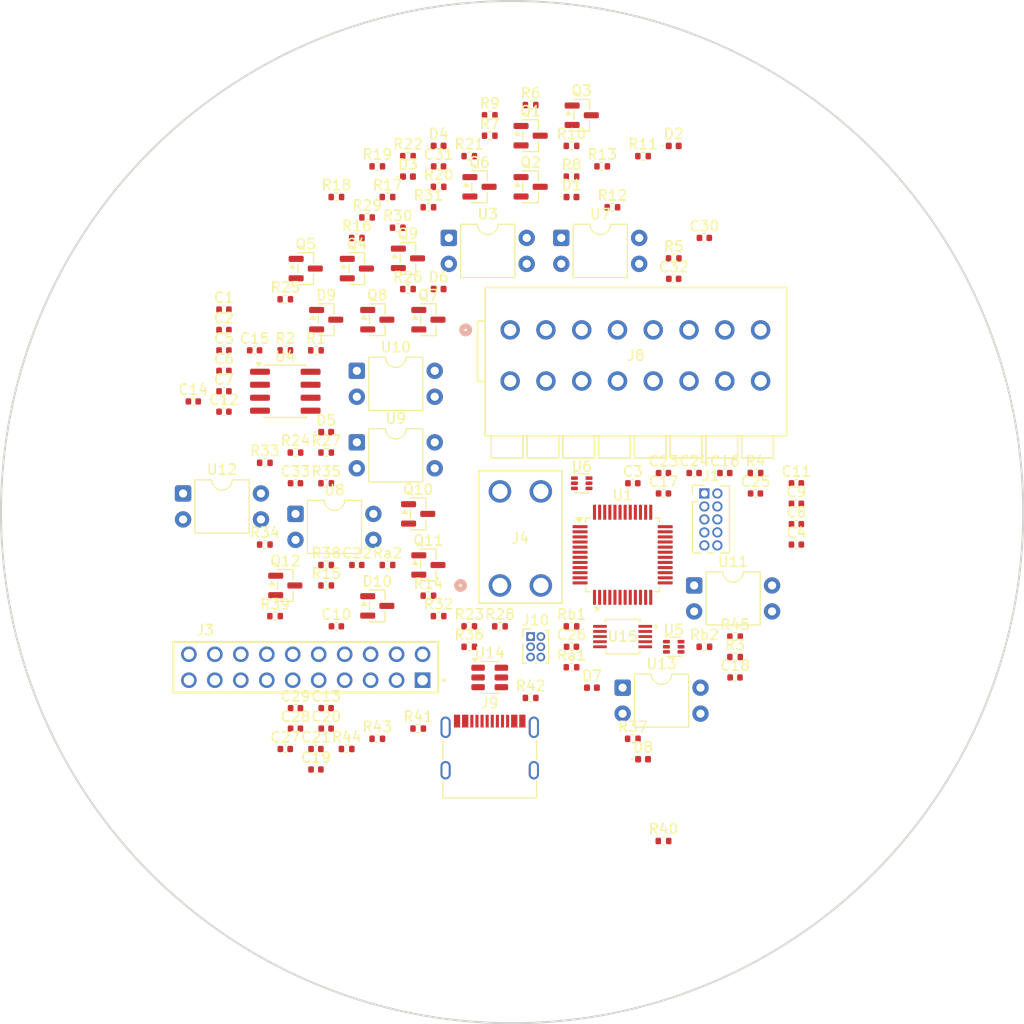
<source format=kicad_pcb>
(kicad_pcb (version 20241229) (generator "pcbnew") (generator_version "9.0")
  (layers (0 "F.Cu" signal) (2 "B.Cu" signal) (13 "F.Paste" user) (15 "B.Paste" user) (5 "F.SilkS" user "F.Silkscreen") (7 "B.SilkS" user "B.Silkscreen") (1 "F.Mask" user) (3 "B.Mask" user) (25 "Edge.Cuts" user))
  (net 0 "")
  (net 1 "GND")
  (net 2 "CAN_lo")
  (net 3 "CAN_hi")
  (net 4 "Net-(U2-IN)")
  (net 5 "5VLOGIC")
  (net 6 "VBUS_RAW")
  (net 7 "5VSERVO")
  (net 8 "VBAT")
  (net 9 "Net-(J9-D+-PadA6)")
  (net 11 "Net-(J9-D--PadA7)")
  (net 12 "Net-(J9-CC2)")
  (net 14 "Net-(J9-CC1)")
  (net 15 "USB_D+")
  (net 16 "PA_+")
  (net 17 "USB_D-")
  (net 18 "CAN_+")
  (net 19 "CAN_-")
  (net 20 "PA-")
  (net 21 "Net-(Q1-G)")
  (net 22 "PGND")
  (net 23 "Net-(Q1-D)")
  (net 24 "Net-(Q2-D)")
  (net 25 "Net-(Q3-G)")
  (net 26 "Net-(Q3-D)")
  (net 27 "Net-(Q4-D)")
  (net 28 "Net-(Q4-G)")
  (net 29 "Net-(Q5-D)")
  (net 30 "Net-(Q6-G)")
  (net 31 "Net-(Q6-D)")
  (net 32 "Net-(Q7-D)")
  (net 33 "Net-(Q7-G)")
  (net 34 "Net-(Q8-D)")
  (net 35 "Net-(Q9-D)")
  (net 36 "Net-(Q9-G)")
  (net 37 "Net-(Q10-D)")
  (net 38 "Net-(Q10-G)")
  (net 39 "Net-(Q11-D)")
  (net 40 "Net-(Q12-D)")
  (net 41 "Net-(Q12-G)")
  (net 42 "Mode_sel")
  (net 43 "3.3V")
  (net 47 "AUX1_FIRE")
  (net 51 "BATTERY_CURRENT_CS")
  (net 52 "MAIN_SEAT")
  (net 57 "SPI_CLK")
  (net 61 "SWDIO")
  (net 64 "MAIN_FIRE")
  (net 65 "NRST")
  (net 67 "AUX1_SEAT")
  (net 68 "DROGUE_SEAT")
  (net 71 "SPI_MISO")
  (net 72 "DROGUE_FIRE")
  (net 73 "AUX2_FIRE")
  (net 75 "SWCLK")
  (net 76 "AUX2_SEAT")
  (net 78 "SPI_MOSI")
  (net 80 "PA_-")
  (net 82 "Net-(R5-Pad2)")
  (net 83 "VBAT_DROGUE")
  (net 84 "CAN_RX")
  (net 85 "CAN_TX")
  (net 86 "Net-(U5-EN)")
  (net 87 "Net-(U5-SW)")
  (net 88 "Net-(U5-FB)")
  (net 89 "Net-(U5-BST)")
  (net 90 "Net-(U6-BST)")
  (net 91 "Net-(U6-EN)")
  (net 92 "Net-(U6-FB)")
  (net 93 "Net-(U6-SW)")
  (net 94 "Net-(R13-Pad1)")
  (net 95 "VBAT_MAIN")
  (net 96 "Net-(R15-Pad2)")
  (net 97 "Net-(R19-Pad1)")
  (net 98 "VBAT_AUX1")
  (net 99 "Net-(R24-Pad2)")
  (net 100 "Net-(R28-Pad1)")
  (net 101 "VBAT_AUX2")
  (net 102 "Net-(R33-Pad2)")
  (net 103 "Net-(R37-Pad1)")
  (net 104 "USB_D_")
  (net 106 "Net-(U15-IN-)")
  (net 107 "Net-(C15-Pad1)")
  (net 108 "/Drogue neg")
  (net 109 "/Main neg")
  (net 110 "/Aux1 neg")
  (net 111 "/Aux2 neg")
  (net 112 "Net-(D1-K)")
  (net 113 "Net-(D2-K)")
  (net 114 "Net-(D3-K)")
  (net 115 "Net-(D4-K)")
  (net 116 "Net-(D5-K)")
  (net 117 "Net-(D6-K)")
  (net 118 "Net-(D7-K)")
  (net 119 "Net-(D8-K)")
  (footprint "Resistor_SMD:R_0402_1005Metric" (layer "F.Cu") (at 114 51)
    (property "Reference" "R29" (at 0 -1.17 0) (layer "F.SilkS"))
    (property "Value" "6 Ω")
    (pad "1" smd roundrect (at -0.51 0) (size 0.54 0.64) (layers "F.Cu" "F.Mask" "F.Paste") (net 36 "Net-(Q9-G)"))
    (pad "2" smd roundrect (at 0.51 0) (size 0.54 0.64) (layers "F.Cu" "F.Mask" "F.Paste") (net 110 "/Aux1 neg"))
  )
  (footprint "Capacitor_SMD:C_0402_1005Metric" (layer "F.Cu") (at 147 53)
    (property "Reference" "C30" (at 0 -1.16 0) (layer "F.SilkS"))
    (property "Value" "1 uF")
    (pad "1" smd roundrect (at -0.48 0) (size 0.56 0.62) (layers "F.Cu" "F.Mask" "F.Paste") (net 83 "VBAT_DROGUE"))
    (pad "2" smd roundrect (at 0.48 0) (size 0.56 0.62) (layers "F.Cu" "F.Mask" "F.Paste") (net 108 "/Drogue neg"))
  )
  (footprint "Resistor_SMD:R_0402_1005Metric" (layer "F.Cu") (at 113 53)
    (property "Reference" "R16" (at 0 -1.17 0) (layer "F.SilkS"))
    (property "Value" "10k Ω")
    (pad "1" smd roundrect (at -0.51 0) (size 0.54 0.64) (layers "F.Cu" "F.Mask" "F.Paste") (net 28 "Net-(Q4-G)"))
    (pad "2" smd roundrect (at 0.51 0) (size 0.54 0.64) (layers "F.Cu" "F.Mask" "F.Paste") (net 22 "PGND"))
  )
  (footprint "Package_TO_SOT_SMD:SOT-23" (layer "F.Cu") (at 120 85)
    (property "Reference" "Q11" (at 0 -2.4 0) (layer "F.SilkS"))
    (property "Value" "AO3400A")
    (pad "1" smd roundrect (at -0.9375 -0.95) (size 1.475 0.6) (layers "F.Cu" "F.Mask" "F.Paste") (net 38 "Net-(Q10-G)"))
    (pad "2" smd roundrect (at -0.9375 0.95) (size 1.475 0.6) (layers "F.Cu" "F.Mask" "F.Paste") (net 22 "PGND"))
    (pad "3" smd roundrect (at 0.9375 0) (size 1.475 0.6) (layers "F.Cu" "F.Mask" "F.Paste") (net 39 "Net-(Q11-D)"))
  )
  (footprint "Capacitor_SMD:C_0402_1005Metric" (layer "F.Cu") (at 134 93)
    (property "Reference" "C26" (at 0 -1.16 0) (layer "F.SilkS"))
    (property "Value" "18 pF")
    (pad "1" smd roundrect (at -0.48 0) (size 0.56 0.62) (layers "F.Cu" "F.Mask" "F.Paste") (net 92 "Net-(U6-FB)"))
    (pad "2" smd roundrect (at 0.48 0) (size 0.56 0.62) (layers "F.Cu" "F.Mask" "F.Paste") (net 7 "5VSERVO"))
  )
  (footprint "Resistor_SMD:R_0402_1005Metric" (layer "F.Cu") (at 107 74)
    (property "Reference" "R24" (at 0 -1.17 0) (layer "F.SilkS"))
    (property "Value" "220 Ω")
    (pad "1" smd roundrect (at -0.51 0) (size 0.54 0.64) (layers "F.Cu" "F.Mask" "F.Paste") (net 47 "AUX1_FIRE"))
    (pad "2" smd roundrect (at 0.51 0) (size 0.54 0.64) (layers "F.Cu" "F.Mask" "F.Paste") (net 99 "Net-(R24-Pad2)"))
  )
  (footprint "Resistor_SMD:R_0402_1005Metric" (layer "F.Cu") (at 106 64)
    (property "Reference" "R2" (at 0 -1.17 0) (layer "F.SilkS"))
    (property "Value" "60 Ω")
    (pad "1" smd roundrect (at -0.51 0) (size 0.54 0.64) (layers "F.Cu" "F.Mask" "F.Paste") (net 3 "CAN_hi"))
    (pad "2" smd roundrect (at 0.51 0) (size 0.54 0.64) (layers "F.Cu" "F.Mask" "F.Paste") (net 107 "Net-(C15-Pad1)"))
  )
  (footprint "Connector_PinHeader_1.27mm:PinHeader_2x05_P1.27mm_Vertical" (layer "F.Cu") (at 147 78)
    (property "Reference" "J1" (at 0.635 -1.745 0) (layer "F.SilkS"))
    (property "Value" "Conn_ARM_JTAG_SWD_10")
    (pad "1" thru_hole rect (at 0 0) (size 1 1) (drill 0.65) (layers "*.Cu" "*.Mask") (net 43 "3.3V"))
    (pad "2" thru_hole circle (at 1.27 0) (size 1 1) (drill 0.65) (layers "*.Cu" "*.Mask") (net 61 "SWDIO"))
    (pad "3" thru_hole circle (at 0 1.27) (size 1 1) (drill 0.65) (layers "*.Cu" "*.Mask") (net 1 "GND"))
    (pad "4" thru_hole circle (at 1.27 1.27) (size 1 1) (drill 0.65) (layers "*.Cu" "*.Mask") (net 75 "SWCLK"))
    (pad "5" thru_hole circle (at 0 2.54) (size 1 1) (drill 0.65) (layers "*.Cu" "*.Mask") (net 1 "GND"))
    (pad "6" thru_hole circle (at 1.27 2.54) (size 1 1) (drill 0.65) (layers "*.Cu" "*.Mask"))
    (pad "7" thru_hole circle (at 0 3.81) (size 1 1) (drill 0.65) (layers "*.Cu" "*.Mask"))
    (pad "8" thru_hole circle (at 1.27 3.81) (size 1 1) (drill 0.65) (layers "*.Cu" "*.Mask"))
    (pad "9" thru_hole circle (at 0 5.08) (size 1 1) (drill 0.65) (layers "*.Cu" "*.Mask") (net 1 "GND"))
    (pad "10" thru_hole circle (at 1.27 5.08) (size 1 1) (drill 0.65) (layers "*.Cu" "*.Mask") (net 65 "NRST"))
  )
  (footprint "Resistor_SMD:R_0402_1005Metric" (layer "F.Cu") (at 115 46)
    (property "Reference" "R19" (at 0 -1.17 0) (layer "F.SilkS"))
    (property "Value" "1k Ω")
    (pad "1" smd roundrect (at -0.51 0) (size 0.54 0.64) (layers "F.Cu" "F.Mask" "F.Paste") (net 97 "Net-(R19-Pad1)"))
    (pad "2" smd roundrect (at 0.51 0) (size 0.54 0.64) (layers "F.Cu" "F.Mask" "F.Paste") (net 31 "Net-(Q6-D)"))
  )
  (footprint "Package_DIP:DIP-4_W7.62mm" (layer "F.Cu") (at 113 73)
    (property "Reference" "U9" (at 3.81 -2.33 0) (layer "F.SilkS"))
    (property "Value" "LTV-817")
    (pad "1" thru_hole roundrect (at 0 0) (size 1.6 1.6) (drill 0.8) (layers "*.Cu" "*.Mask") (roundrect_rratio 0.15625) (net 95 "VBAT_MAIN"))
    (pad "2" thru_hole circle (at 0 2.54) (size 1.6 1.6) (drill 0.8) (layers "*.Cu" "*.Mask") (net 97 "Net-(R19-Pad1)"))
    (pad "3" thru_hole circle (at 7.62 2.54) (size 1.6 1.6) (drill 0.8) (layers "*.Cu" "*.Mask") (net 52 "MAIN_SEAT"))
    (pad "4" thru_hole circle (at 7.62 0) (size 1.6 1.6) (drill 0.8) (layers "*.Cu" "*.Mask") (net 43 "3.3V"))
  )
  (footprint "Capacitor_SMD:C_0402_1005Metric" (layer "F.Cu") (at 110 99)
    (property "Reference" "C13" (at 0 -1.16 0) (layer "F.SilkS"))
    (property "Value" "100nF")
    (pad "1" smd roundrect (at -0.48 0) (size 0.56 0.62) (layers "F.Cu" "F.Mask" "F.Paste") (net 5 "5VLOGIC"))
    (pad "2" smd roundrect (at 0.48 0) (size 0.56 0.62) (layers "F.Cu" "F.Mask" "F.Paste") (net 1 "GND"))
  )
  (footprint "Capacitor_SMD:C_0402_1005Metric" (layer "F.Cu") (at 97 69)
    (property "Reference" "C14" (at 0 -1.16 0) (layer "F.SilkS"))
    (property "Value" "100nF")
    (pad "1" smd roundrect (at -0.48 0) (size 0.56 0.62) (layers "F.Cu" "F.Mask" "F.Paste") (net 43 "3.3V"))
    (pad "2" smd roundrect (at 0.48 0) (size 0.56 0.62) (layers "F.Cu" "F.Mask" "F.Paste") (net 5 "5VLOGIC"))
  )
  (footprint "Resistor_SMD:R_0402_1005Metric" (layer "F.Cu") (at 143 112)
    (property "Reference" "R40" (at 0 -1.17 0) (layer "F.SilkS"))
    (property "Value" "4.7 Ω")
    (pad "1" smd roundrect (at -0.51 0) (size 0.54 0.64) (layers "F.Cu" "F.Mask" "F.Paste") (net 40 "Net-(Q12-D)"))
    (pad "2" smd roundrect (at 0.51 0) (size 0.54 0.64) (layers "F.Cu" "F.Mask" "F.Paste") (net 119 "Net-(D8-K)"))
  )
  (footprint "Capacitor_SMD:C_0402_1005Metric" (layer "F.Cu") (at 103 64)
    (property "Reference" "C15" (at 0 -1.16 0) (layer "F.SilkS"))
    (property "Value" "47 uF")
    (pad "1" smd roundrect (at -0.48 0) (size 0.56 0.62) (layers "F.Cu" "F.Mask" "F.Paste") (net 107 "Net-(C15-Pad1)"))
    (pad "2" smd roundrect (at 0.48 0) (size 0.56 0.62) (layers "F.Cu" "F.Mask" "F.Paste") (net 1 "GND"))
  )
  (footprint "Capacitor_SMD:C_0402_1005Metric" (layer "F.Cu") (at 156 79)
    (property "Reference" "C9" (at 0 -1.16 0) (layer "F.SilkS"))
    (property "Value" "100 nF")
    (pad "1" smd roundrect (at -0.48 0) (size 0.56 0.62) (layers "F.Cu" "F.Mask" "F.Paste") (net 43 "3.3V"))
    (pad "2" smd roundrect (at 0.48 0) (size 0.56 0.62) (layers "F.Cu" "F.Mask" "F.Paste") (net 1 "GND"))
  )
  (footprint "Resistor_SMD:R_0402_1005Metric" (layer "F.Cu") (at 134 47)
    (property "Reference" "R8" (at 0 -1.17 0) (layer "F.SilkS"))
    (property "Value" "4.7k Ω")
    (pad "1" smd roundrect (at -0.51 0) (size 0.54 0.64) (layers "F.Cu" "F.Mask" "F.Paste") (net 24 "Net-(Q2-D)"))
    (pad "2" smd roundrect (at 0.51 0) (size 0.54 0.64) (layers "F.Cu" "F.Mask" "F.Paste") (net 112 "Net-(D1-K)"))
  )
  (footprint "Resistor_SMD:R_0402_1005Metric" (layer "F.Cu") (at 134 91)
    (property "Reference" "Rb1" (at 0 -1.17 0) (layer "F.SilkS"))
    (property "Value" "30 Ω")
    (pad "1" smd roundrect (at -0.51 0) (size 0.54 0.64) (layers "F.Cu" "F.Mask" "F.Paste") (net 1 "GND"))
    (pad "2" smd roundrect (at 0.51 0) (size 0.54 0.64) (layers "F.Cu" "F.Mask" "F.Paste") (net 92 "Net-(U6-FB)"))
  )
  (footprint "Resistor_SMD:R_0402_1005Metric" (layer "F.Cu") (at 150 92)
    (property "Reference" "R45" (at 0 -1.17 0) (layer "F.SilkS"))
    (property "Value" "10 mΩ")
    (pad "1" smd roundrect (at -0.51 0) (size 0.54 0.64) (layers "F.Cu" "F.Mask" "F.Paste") (net 8 "VBAT"))
    (pad "2" smd roundrect (at 0.51 0) (size 0.54 0.64) (layers "F.Cu" "F.Mask" "F.Paste") (net 106 "Net-(U15-IN-)"))
  )
  (footprint "Capacitor_SMD:C_0402_1005Metric" (layer "F.Cu") (at 143 76)
    (property "Reference" "C23" (at 0 -1.16 0) (layer "F.SilkS"))
    (property "Value" "10 uF")
    (pad "1" smd roundrect (at -0.48 0) (size 0.56 0.62) (layers "F.Cu" "F.Mask" "F.Paste") (net 8 "VBAT"))
    (pad "2" smd roundrect (at 0.48 0) (size 0.56 0.62) (layers "F.Cu" "F.Mask" "F.Paste") (net 1 "GND"))
  )
  (footprint "Resistor_SMD:R_0402_1005Metric" (layer "F.Cu") (at 130 40)
    (property "Reference" "R6" (at 0 -1.17 0) (layer "F.SilkS"))
    (property "Value" "10k Ω")
    (pad "1" smd roundrect (at -0.51 0) (size 0.54 0.64) (layers "F.Cu" "F.Mask" "F.Paste") (net 21 "Net-(Q1-G)"))
    (pad "2" smd roundrect (at 0.51 0) (size 0.54 0.64) (layers "F.Cu" "F.Mask" "F.Paste") (net 22 "PGND"))
  )
  (footprint "Capacitor_SMD:C_0402_1005Metric" (layer "F.Cu") (at 146 76)
    (property "Reference" "C24" (at 0 -1.16 0) (layer "F.SilkS"))
    (property "Value" "100 nF")
    (pad "1" smd roundrect (at -0.48 0) (size 0.56 0.62) (layers "F.Cu" "F.Mask" "F.Paste") (net 8 "VBAT"))
    (pad "2" smd roundrect (at 0.48 0) (size 0.56 0.62) (layers "F.Cu" "F.Mask" "F.Paste") (net 1 "GND"))
  )
  (footprint "Package_TO_SOT_SMD:SOT-23" (layer "F.Cu") (at 130 48)
    (property "Reference" "Q2" (at 0 -2.4 0) (layer "F.SilkS"))
    (property "Value" "AO3400A")
    (pad "1" smd roundrect (at -0.9375 -0.95) (size 1.475 0.6) (layers "F.Cu" "F.Mask" "F.Paste") (net 21 "Net-(Q1-G)"))
    (pad "2" smd roundrect (at -0.9375 0.95) (size 1.475 0.6) (layers "F.Cu" "F.Mask" "F.Paste") (net 22 "PGND"))
    (pad "3" smd roundrect (at 0.9375 0) (size 1.475 0.6) (layers "F.Cu" "F.Mask" "F.Paste") (net 24 "Net-(Q2-D)"))
  )
  (footprint "LED_SMD:LED_0402_1005Metric" (layer "F.Cu") (at 144 44)
    (property "Reference" "D2" (at 0 -1.17 0) (layer "F.SilkS"))
    (property "Value" "GREEN LED")
    (pad "1" smd roundrect (at -0.485 0) (size 0.59 0.64) (layers "F.Cu" "F.Mask" "F.Paste") (net 113 "Net-(D2-K)"))
    (pad "2" smd roundrect (at 0.485 0) (size 0.59 0.64) (layers "F.Cu" "F.Mask" "F.Paste") (net 83 "VBAT_DROGUE"))
  )
  (footprint "Package_QFP:LQFP-48_7x7mm_P0.5mm" (layer "F.Cu") (at 139 84)
    (property "Reference" "U1" (at 0 -5.85 0) (layer "F.SilkS"))
    (property "Value" "STM32F072C8Tx")
    (pad "1" smd roundrect (at -4.1625 -2.75) (size 1.475 0.3) (layers "F.Cu" "F.Mask" "F.Paste") (net 43 "3.3V"))
    (pad "2" smd roundrect (at -4.1625 -2.25) (size 1.475 0.3) (layers "F.Cu" "F.Mask" "F.Paste"))
    (pad "3" smd roundrect (at -4.1625 -1.75) (size 1.475 0.3) (layers "F.Cu" "F.Mask" "F.Paste"))
    (pad "4" smd roundrect (at -4.1625 -1.25) (size 1.475 0.3) (layers "F.Cu" "F.Mask" "F.Paste"))
    (pad "5" smd roundrect (at -4.1625 -0.75) (size 1.475 0.3) (layers "F.Cu" "F.Mask" "F.Paste"))
    (pad "6" smd roundrect (at -4.1625 -0.25) (size 1.475 0.3) (layers "F.Cu" "F.Mask" "F.Paste"))
    (pad "7" smd roundrect (at -4.1625 0.25) (size 1.475 0.3) (layers "F.Cu" "F.Mask" "F.Paste") (net 65 "NRST"))
    (pad "8" smd roundrect (at -4.1625 0.75) (size 1.475 0.3) (layers "F.Cu" "F.Mask" "F.Paste") (net 1 "GND"))
    (pad "9" smd roundrect (at -4.1625 1.25) (size 1.475 0.3) (layers "F.Cu" "F.Mask" "F.Paste") (net 43 "3.3V"))
    (pad "10" smd roundrect (at -4.1625 1.75) (size 1.475 0.3) (layers "F.Cu" "F.Mask" "F.Paste"))
    (pad "11" smd roundrect (at -4.1625 2.25) (size 1.475 0.3) (layers "F.Cu" "F.Mask" "F.Paste"))
    (pad "12" smd roundrect (at -4.1625 2.75) (size 1.475 0.3) (layers "F.Cu" "F.Mask" "F.Paste"))
    (pad "13" smd roundrect (at -2.75 4.1625) (size 0.3 1.475) (layers "F.Cu" "F.Mask" "F.Paste"))
    (pad "14" smd roundrect (at -2.25 4.1625) (size 0.3 1.475) (layers "F.Cu" "F.Mask" "F.Paste"))
    (pad "15" smd roundrect (at -1.75 4.1625) (size 0.3 1.475) (layers "F.Cu" "F.Mask" "F.Paste") (net 57 "SPI_CLK"))
    (pad "16" smd roundrect (at -1.25 4.1625) (size 0.3 1.475) (layers "F.Cu" "F.Mask" "F.Paste") (net 71 "SPI_MISO"))
    (pad "17" smd roundrect (at -0.75 4.1625) (size 0.3 1.475) (layers "F.Cu" "F.Mask" "F.Paste") (net 78 "SPI_MOSI"))
    (pad "18" smd roundrect (at -0.25 4.1625) (size 0.3 1.475) (layers "F.Cu" "F.Mask" "F.Paste"))
    (pad "19" smd roundrect (at 0.25 4.1625) (size 0.3 1.475) (layers "F.Cu" "F.Mask" "F.Paste"))
    (pad "20" smd roundrect (at 0.75 4.1625) (size 0.3 1.475) (layers "F.Cu" "F.Mask" "F.Paste"))
    (pad "21" smd roundrect (at 1.25 4.1625) (size 0.3 1.475) (layers "F.Cu" "F.Mask" "F.Paste") (net 68 "DROGUE_SEAT"))
    (pad "22" smd roundrect (at 1.75 4.1625) (size 0.3 1.475) (layers "F.Cu" "F.Mask" "F.Paste") (net 52 "MAIN_SEAT"))
    (pad "23" smd roundrect (at 2.25 4.1625) (size 0.3 1.475) (layers "F.Cu" "F.Mask" "F.Paste") (net 1 "GND"))
    (pad "24" smd roundrect (at 2.75 4.1625) (size 0.3 1.475) (layers "F.Cu" "F.Mask" "F.Paste") (net 43 "3.3V"))
    (pad "25" smd roundrect (at 4.1625 2.75) (size 1.475 0.3) (layers "F.Cu" "F.Mask" "F.Paste") (net 67 "AUX1_SEAT"))
    (pad "26" smd roundrect (at 4.1625 2.25) (size 1.475 0.3) (layers "F.Cu" "F.Mask" "F.Paste") (net 76 "AUX2_SEAT"))
    (pad "27" smd roundrect (at 4.1625 1.75) (size 1.475 0.3) (layers "F.Cu" "F.Mask" "F.Paste") (net 51 "BATTERY_CURRENT_CS"))
    (pad "28" smd roundrect (at 4.1625 1.25) (size 1.475 0.3) (layers "F.Cu" "F.Mask" "F.Paste"))
    (pad "29" smd roundrect (at 4.1625 0.75) (size 1.475 0.3) (layers "F.Cu" "F.Mask" "F.Paste"))
    (pad "30" smd roundrect (at 4.1625 0.25) (size 1.475 0.3) (layers "F.Cu" "F.Mask" "F.Paste"))
    (pad "31" smd roundrect (at 4.1625 -0.25) (size 1.475 0.3) (layers "F.Cu" "F.Mask" "F.Paste"))
    (pad "32" smd roundrect (at 4.1625 -0.75) (size 1.475 0.3) (layers "F.Cu" "F.Mask" "F.Paste") (net 80 "PA_-"))
    (pad "33" smd roundrect (at 4.1625 -1.25) (size 1.475 0.3) (layers "F.Cu" "F.Mask" "F.Paste") (net 16 "PA_+"))
    (pad "34" smd roundrect (at 4.1625 -1.75) (size 1.475 0.3) (layers "F.Cu" "F.Mask" "F.Paste") (net 61 "SWDIO"))
    (pad "35" smd roundrect (at 4.1625 -2.25) (size 1.475 0.3) (layers "F.Cu" "F.Mask" "F.Paste") (net 1 "GND"))
    (pad "36" smd roundrect (at 4.1625 -2.75) (size 1.475 0.3) (layers "F.Cu" "F.Mask" "F.Paste") (net 43 "3.3V"))
    (pad "37" smd roundrect (at 2.75 -4.1625) (size 0.3 1.475) (layers "F.Cu" "F.Mask" "F.Paste") (net 75 "SWCLK"))
    (pad "38" smd roundrect (at 2.25 -4.1625) (size 0.3 1.475) (layers "F.Cu" "F.Mask" "F.Paste"))
    (pad "39" smd roundrect (at 1.75 -4.1625) (size 0.3 1.475) (layers "F.Cu" "F.Mask" "F.Paste") (net 72 "DROGUE_FIRE"))
    (pad "40" smd roundrect (at 1.25 -4.1625) (size 0.3 1.475) (layers "F.Cu" "F.Mask" "F.Paste") (net 64 "MAIN_FIRE"))
    (pad "41" smd roundrect (at 0.75 -4.1625) (size 0.3 1.475) (layers "F.Cu" "F.Mask" "F.Paste") (net 47 "AUX1_FIRE"))
    (pad "42" smd roundrect (at 0.25 -4.1625) (size 0.3 1.475) (layers "F.Cu" "F.Mask" "F.Paste") (net 73 "AUX2_FIRE"))
    (pad "43" smd roundrect (at -0.25 -4.1625) (size 0.3 1.475) (layers "F.Cu" "F.Mask" "F.Paste"))
    (pad "44" smd roundrect (at -0.75 -4.1625) (size 0.3 1.475) (layers "F.Cu" "F.Mask" "F.Paste"))
    (pad "45" smd roundrect (at -1.25 -4.1625) (size 0.3 1.475) (layers "F.Cu" "F.Mask" "F.Paste"))
    (pad "46" smd roundrect (at -1.75 -4.1625) (size 0.3 1.475) (layers "F.Cu" "F.Mask" "F.Paste"))
    (pad "47" smd roundrect (at -2.25 -4.1625) (size 0.3 1.475) (layers "F.Cu" "F.Mask" "F.Paste") (net 1 "GND"))
    (pad "48" smd roundrect (at -2.75 -4.1625) (size 0.3 1.475) (layers "F.Cu" "F.Mask" "F.Paste") (net 43 "3.3V"))
  )
  (footprint "Resistor_SMD:R_0402_1005Metric" (layer "F.Cu") (at 118 45)
    (property "Reference" "R22" (at 0 -1.17 0) (layer "F.SilkS"))
    (property "Value" "4.7 Ω")
    (pad "1" smd roundrect (at -0.51 0) (size 0.54 0.64) (layers "F.Cu" "F.Mask" "F.Paste") (net 31 "Net-(Q6-D)"))
    (pad "2" smd roundrect (at 0.51 0) (size 0.54 0.64) (layers "F.Cu" "F.Mask" "F.Paste") (net 115 "Net-(D4-K)"))
  )
  (footprint "Package_TO_SOT_SMD:SOT-563" (layer "F.Cu") (at 135 77)
    (property "Reference" "U6" (at 0 -1.65 0) (layer "F.SilkS"))
    (property "Value" "TPS563203")
    (pad "1" smd roundrect (at -0.7125 -0.5) (size 0.675 0.35) (layers "F.Cu" "F.Mask" "F.Paste") (net 8 "VBAT"))
    (pad "2" smd roundrect (at -0.7125 0) (size 0.675 0.35) (layers "F.Cu" "F.Mask" "F.Paste") (net 93 "Net-(U6-SW)"))
    (pad "3" smd roundrect (at -0.7125 0.5) (size 0.675 0.35) (layers "F.Cu" "F.Mask" "F.Paste") (net 1 "GND"))
    (pad "4" smd roundrect (at 0.7125 0.5) (size 0.675 0.35) (layers "F.Cu" "F.Mask" "F.Paste") (net 90 "Net-(U6-BST)"))
    (pad "5" smd roundrect (at 0.7125 0) (size 0.675 0.35) (layers "F.Cu" "F.Mask" "F.Paste") (net 91 "Net-(U6-EN)"))
    (pad "6" smd roundrect (at 0.7125 -0.5) (size 0.675 0.35) (layers "F.Cu" "F.Mask" "F.Paste") (net 92 "Net-(U6-FB)"))
  )
  (footprint "Capacitor_SMD:C_0402_1005Metric" (layer "F.Cu") (at 111 91)
    (property "Reference" "C10" (at 0 -1.16 0) (layer "F.SilkS"))
    (property "Value" "100nF")
    (pad "1" smd roundrect (at -0.48 0) (size 0.56 0.62) (layers "F.Cu" "F.Mask" "F.Paste") (net 4 "Net-(U2-IN)"))
    (pad "2" smd roundrect (at 0.48 0) (size 0.56 0.62) (layers "F.Cu" "F.Mask" "F.Paste") (net 1 "GND"))
  )
  (footprint "Resistor_SMD:R_0402_1005Metric" (layer "F.Cu") (at 137 46)
    (property "Reference" "R13" (at 0 -1.17 0) (layer "F.SilkS"))
    (property "Value" "1k Ω")
    (pad "1" smd roundrect (at -0.51 0) (size 0.54 0.64) (layers "F.Cu" "F.Mask" "F.Paste") (net 94 "Net-(R13-Pad1)"))
    (pad "2" smd roundrect (at 0.51 0) (size 0.54 0.64) (layers "F.Cu" "F.Mask" "F.Paste") (net 26 "Net-(Q3-D)"))
  )
  (footprint "Resistor_SMD:R_0402_1005Metric" (layer "F.Cu") (at 112 103)
    (property "Reference" "R44" (at 0 -1.17 0) (layer "F.SilkS"))
    (property "Value" "10K")
    (pad "1" smd roundrect (at -0.51 0) (size 0.54 0.64) (layers "F.Cu" "F.Mask" "F.Paste") (net 1 "GND"))
    (pad "2" smd roundrect (at 0.51 0) (size 0.54 0.64) (layers "F.Cu" "F.Mask" "F.Paste") (net 42 "Mode_sel"))
  )
  (footprint "Resistor_SMD:R_0402_1005Metric" (layer "F.Cu") (at 117 52)
    (property "Reference" "R30" (at 0 -1.17 0) (layer "F.SilkS"))
    (property "Value" "2 Ω")
    (pad "1" smd roundrect (at -0.51 0) (size 0.54 0.64) (layers "F.Cu" "F.Mask" "F.Paste") (net 22 "PGND"))
    (pad "2" smd roundrect (at 0.51 0) (size 0.54 0.64) (layers "F.Cu" "F.Mask" "F.Paste") (net 36 "Net-(Q9-G)"))
  )
  (footprint "Resistor_SMD:R_0402_1005Metric" (layer "F.Cu") (at 110 87)
    (property "Reference" "R15" (at 0 -1.17 0) (layer "F.SilkS"))
    (property "Value" "220 Ω")
    (pad "1" smd roundrect (at -0.51 0) (size 0.54 0.64) (layers "F.Cu" "F.Mask" "F.Paste") (net 64 "MAIN_FIRE"))
    (pad "2" smd roundrect (at 0.51 0) (size 0.54 0.64) (layers "F.Cu" "F.Mask" "F.Paste") (net 96 "Net-(R15-Pad2)"))
  )
  (footprint "Foinse Footprints:SAMTEC_ESQ-110-14-G-D" (layer "F.Cu") (at 108 95)
    (property "Reference" "J3" (at -9.825 -3.635 0) (layer "F.SilkS"))
    (property "Value" "ESQ-110-14-G-D")
    (pad "01" thru_hole rect (at 11.43 1.27) (size 1.524 1.524) (drill 1.016) (layers "*.Cu" "*.Mask") (net 1 "GND"))
    (pad "02" thru_hole circle (at 11.43 -1.27) (size 1.524 1.524) (drill 1.016) (layers "*.Cu" "*.Mask") (net 1 "GND"))
    (pad "03" thru_hole circle (at 8.89 1.27) (size 1.524 1.524) (drill 1.016) (layers "*.Cu" "*.Mask") (net 5 "5VLOGIC"))
    (pad "04" thru_hole circle (at 8.89 -1.27) (size 1.524 1.524) (drill 1.016) (layers "*.Cu" "*.Mask") (net 5 "5VLOGIC"))
    (pad "05" thru_hole circle (at 6.35 1.27) (size 1.524 1.524) (drill 1.016) (layers "*.Cu" "*.Mask") (net 5 "5VLOGIC"))
    (pad "06" thru_hole circle (at 6.35 -1.27) (size 1.524 1.524) (drill 1.016) (layers "*.Cu" "*.Mask") (net 5 "5VLOGIC"))
    (pad "07" thru_hole circle (at 3.81 1.27) (size 1.524 1.524) (drill 1.016) (layers "*.Cu" "*.Mask") (net 1 "GND"))
    (pad "08" thru_hole circle (at 3.81 -1.27) (size 1.524 1.524) (drill 1.016) (layers "*.Cu" "*.Mask") (net 1 "GND"))
    (pad "09" thru_hole circle (at 1.27 1.27) (size 1.524 1.524) (drill 1.016) (layers "*.Cu" "*.Mask") (net 7 "5VSERVO"))
    (pad "10" thru_hole circle (at 1.27 -1.27) (size 1.524 1.524) (drill 1.016) (layers "*.Cu" "*.Mask") (net 7 "5VSERVO"))
    (pad "11" thru_hole circle (at -1.27 1.27) (size 1.524 1.524) (drill 1.016) (layers "*.Cu" "*.Mask") (net 7 "5VSERVO"))
    (pad "12" thru_hole circle (at -1.27 -1.27) (size 1.524 1.524) (drill 1.016) (layers "*.Cu" "*.Mask") (net 7 "5VSERVO"))
    (pad "13" thru_hole circle (at -3.81 1.27) (size 1.524 1.524) (drill 1.016) (layers "*.Cu" "*.Mask") (net 1 "GND"))
    (pad "14" thru_hole circle (at -3.81 -1.27) (size 1.524 1.524) (drill 1.016) (layers "*.Cu" "*.Mask") (net 1 "GND"))
    (pad "15" thru_hole circle (at -6.35 1.27) (size 1.524 1.524) (drill 1.016) (layers "*.Cu" "*.Mask") (net 2 "CAN_lo"))
    (pad "16" thru_hole circle (at -6.35 -1.27) (size 1.524 1.524) (drill 1.016) (layers "*.Cu" "*.Mask") (net 3 "CAN_hi"))
    (pad "17" thru_hole circle (at -8.89 1.27) (size 1.524 1.524) (drill 1.016) (layers "*.Cu" "*.Mask") (net 1 "GND"))
    (pad "18" thru_hole circle (at -8.89 -1.27) (size 1.524 1.524) (drill 1.016) (layers "*.Cu" "*.Mask") (net 1 "GND"))
    (pad "19" thru_hole circle (at -11.43 1.27) (size 1.524 1.524) (drill 1.016) (layers "*.Cu" "*.Mask") (net 1 "GND"))
    (pad "20" thru_hole circle (at -11.43 -1.27) (size 1.524 1.524) (drill 1.016) (layers "*.Cu" "*.Mask") (net 1 "GND"))
  )
  (footprint "Package_DIP:DIP-4_W7.62mm" (layer "F.Cu") (at 146 87)
    (property "Reference" "U11" (at 3.81 -2.33 0) (layer "F.SilkS"))
    (property "Value" "LTV-817")
    (pad "1" thru_hole roundrect (at 0 0) (size 1.6 1.6) (drill 0.8) (layers "*.Cu" "*.Mask") (roundrect_rratio 0.15625) (net 98 "VBAT_AUX1"))
    (pad "2" thru_hole circle (at 0 2.54) (size 1.6 1.6) (drill 0.8) (layers "*.Cu" "*.Mask") (net 100 "Net-(R28-Pad1)"))
    (pad "3" thru_hole circle (at 7.62 2.54) (size 1.6 1.6) (drill 0.8) (layers "*.Cu" "*.Mask") (net 67 "AUX1_SEAT"))
    (pad "4" thru_hole circle (at 7.62 0) (size 1.6 1.6) (drill 0.8) (layers "*.Cu" "*.Mask") (net 43 "3.3V"))
  )
  (footprint "Resistor_SMD:R_0402_1005Metric" (layer "F.Cu") (at 130 98)
    (property "Reference" "R42" (at 0 -1.17 0) (layer "F.SilkS"))
    (property "Value" "5.1K")
    (pad "1" smd roundrect (at -0.51 0) (size 0.54 0.64) (layers "F.Cu" "F.Mask" "F.Paste") (net 1 "GND"))
    (pad "2" smd roundrect (at 0.51 0) (size 0.54 0.64) (layers "F.Cu" "F.Mask" "F.Paste") (net 12 "Net-(J9-CC2)"))
  )
  (footprint "Capacitor_SMD:C_0402_1005Metric" (layer "F.Cu") (at 144 57)
    (property "Reference" "C32" (at 0 -1.16 0) (layer "F.SilkS"))
    (property "Value" "1 uF")
    (pad "1" smd roundrect (at -0.48 0) (size 0.56 0.62) (layers "F.Cu" "F.Mask" "F.Paste") (net 98 "VBAT_AUX1"))
    (pad "2" smd roundrect (at 0.48 0) (size 0.56 0.62) (layers "F.Cu" "F.Mask" "F.Paste") (net 110 "/Aux1 neg"))
  )
  (footprint "Package_DIP:DIP-4_W7.62mm" (layer "F.Cu") (at 113 66)
    (property "Reference" "U10" (at 3.81 -2.33 0) (layer "F.SilkS"))
    (property "Value" "LTV-817")
    (pad "1" thru_hole roundrect (at 0 0) (size 1.6 1.6) (drill 0.8) (layers "*.Cu" "*.Mask") (roundrect_rratio 0.15625) (net 99 "Net-(R24-Pad2)"))
    (pad "2" thru_hole circle (at 0 2.54) (size 1.6 1.6) (drill 0.8) (layers "*.Cu" "*.Mask") (net 22 "PGND"))
    (pad "3" thru_hole circle (at 7.62 2.54) (size 1.6 1.6) (drill 0.8) (layers "*.Cu" "*.Mask") (net 33 "Net-(Q7-G)"))
    (pad "4" thru_hole circle (at 7.62 0) (size 1.6 1.6) (drill 0.8) (layers "*.Cu" "*.Mask") (net 98 "VBAT_AUX1"))
  )
  (footprint "Capacitor_SMD:C_0402_1005Metric" (layer "F.Cu") (at 152 78)
    (property "Reference" "C25" (at 0 -1.16 0) (layer "F.SilkS"))
    (property "Value" "100 nF")
    (pad "1" smd roundrect (at -0.48 0) (size 0.56 0.62) (layers "F.Cu" "F.Mask" "F.Paste") (net 93 "Net-(U6-SW)"))
    (pad "2" smd roundrect (at 0.48 0) (size 0.56 0.62) (layers "F.Cu" "F.Mask" "F.Paste") (net 90 "Net-(U6-BST)"))
  )
  (footprint "Capacitor_SMD:C_0402_1005Metric" (layer "F.Cu") (at 100 62)
    (property "Reference" "C2" (at 0 -1.16 0) (layer "F.SilkS"))
    (property "Value" "100 nF")
    (pad "1" smd roundrect (at -0.48 0) (size 0.56 0.62) (layers "F.Cu" "F.Mask" "F.Paste") (net 43 "3.3V"))
    (pad "2" smd roundrect (at 0.48 0) (size 0.56 0.62) (layers "F.Cu" "F.Mask" "F.Paste") (net 1 "GND"))
  )
  (footprint "Package_DIP:DIP-4_W7.62mm" (layer "F.Cu") (at 122 53)
    (property "Reference" "U3" (at 3.81 -2.33 0) (layer "F.SilkS"))
    (property "Value" "LTV-817")
    (pad "1" thru_hole roundrect (at 0 0) (size 1.6 1.6) (drill 0.8) (layers "*.Cu" "*.Mask") (roundrect_rratio 0.15625) (net 82 "Net-(R5-Pad2)"))
    (pad "2" thru_hole circle (at 0 2.54) (size 1.6 1.6) (drill 0.8) (layers "*.Cu" "*.Mask") (net 22 "PGND"))
    (pad "3" thru_hole circle (at 7.62 2.54) (size 1.6 1.6) (drill 0.8) (layers "*.Cu" "*.Mask") (net 21 "Net-(Q1-G)"))
    (pad "4" thru_hole circle (at 7.62 0) (size 1.6 1.6) (drill 0.8) (layers "*.Cu" "*.Mask") (net 83 "VBAT_DROGUE"))
  )
  (footprint "Capacitor_SMD:C_0402_1005Metric" (layer "F.Cu") (at 140 77)
    (property "Reference" "C3" (at 0 -1.16 0) (layer "F.SilkS"))
    (property "Value" "100 nF")
    (pad "1" smd roundrect (at -0.48 0) (size 0.56 0.62) (layers "F.Cu" "F.Mask" "F.Paste") (net 43 "3.3V"))
    (pad "2" smd roundrect (at 0.48 0) (size 0.56 0.62) (layers "F.Cu" "F.Mask" "F.Paste") (net 1 "GND"))
  )
  (footprint "Resistor_SMD:R_0402_1005Metric" (layer "F.Cu") (at 152 76)
    (property "Reference" "R4" (at 0 -1.17 0) (layer "F.SilkS"))
    (property "Value" "100k Ω")
    (pad "1" smd roundrect (at -0.51 0) (size 0.54 0.64) (layers "F.Cu" "F.Mask" "F.Paste") (net 8 "VBAT"))
    (pad "2" smd roundrect (at 0.51 0) (size 0.54 0.64) (layers "F.Cu" "F.Mask" "F.Paste") (net 91 "Net-(U6-EN)"))
  )
  (footprint "Package_TO_SOT_SMD:SOT-23" (layer "F.Cu") (at 115 89)
    (property "Reference" "D10" (at 0 -2.4 0) (layer "F.SilkS"))
    (property "Value" "BAT54C")
    (pad "1" smd roundrect (at -0.9375 -0.95) (size 1.475 0.6) (layers "F.Cu" "F.Mask" "F.Paste") (net 6 "VBUS_RAW"))
    (pad "2" smd roundrect (at -0.9375 0.95) (size 1.475 0.6) (layers "F.Cu" "F.Mask" "F.Paste") (net 5 "5VLOGIC"))
    (pad "3" smd roundrect (at 0.9375 0) (size 1.475 0.6) (layers "F.Cu" "F.Mask" "F.Paste") (net 4 "Net-(U2-IN)"))
  )
  (footprint "Capacitor_SMD:C_0402_1005Metric" (layer "F.Cu") (at 100 70)
    (property "Reference" "C12" (at 0 -1.16 0) (layer "F.SilkS"))
    (property "Value" "47 uF")
    (pad "1" smd roundrect (at -0.48 0) (size 0.56 0.62) (layers "F.Cu" "F.Mask" "F.Paste") (net 5 "5VLOGIC"))
    (pad "2" smd roundrect (at 0.48 0) (size 0.56 0.62) (layers "F.Cu" "F.Mask" "F.Paste") (net 1 "GND"))
  )
  (footprint "Connector_PinHeader_1.00mm:PinHeader_2x03_P1.00mm_Vertical" (layer "F.Cu") (at 130 92)
    (property "Reference" "J10" (at 0.5 -1.61 0) (layer "F.SilkS"))
    (property "Value" "Conn_02x03_Odd_Even")
    (pad "1" thru_hole rect (at 0 0) (size 0.85 0.85) (drill 0.5) (layers "*.Cu" "*.Mask") (net 19 "CAN_-"))
    (pad "2" thru_hole circle (at 1 0) (size 0.85 0.85) (drill 0.5) (layers "*.Cu" "*.Mask") (net 18 "CAN_+"))
    (pad "3" thru_hole circle (at 0 1) (size 0.85 0.85) (drill 0.5) (layers "*.Cu" "*.Mask") (net 20 "PA-"))
    (pad "4" thru_hole circle (at 1 1) (size 0.85 0.85) (drill 0.5) (layers "*.Cu" "*.Mask") (net 16 "PA_+"))
    (pad "5" thru_hole circle (at 0 2) (size 0.85 0.85) (drill 0.5) (layers "*.Cu" "*.Mask") (net 17 "USB_D-"))
    (pad "6" thru_hole circle (at 1 2) (size 0.85 0.85) (drill 0.5) (layers "*.Cu" "*.Mask") (net 15 "USB_D+"))
  )
  (footprint "Capacitor_SMD:C_0402_1005Metric" (layer "F.Cu") (at 109 105)
    (property "Reference" "C19" (at 0 -1.16 0) (layer "F.SilkS"))
    (property "Value" "22 uF")
    (pad "1" smd roundrect (at -0.48 0) (size 0.56 0.62) (layers "F.Cu" "F.Mask" "F.Paste") (net 5 "5VLOGIC"))
    (pad "2" smd roundrect (at 0.48 0) (size 0.56 0.62) (layers "F.Cu" "F.Mask" "F.Paste") (net 1 "GND"))
  )
  (footprint "Capacitor_SMD:C_0402_1005Metric" (layer "F.Cu") (at 107 77)
    (property "Reference" "C33" (at 0 -1.16 0) (layer "F.SilkS"))
    (property "Value" "1 uF")
    (pad "1" smd roundrect (at -0.48 0) (size 0.56 0.62) (layers "F.Cu" "F.Mask" "F.Paste") (net 101 "VBAT_AUX2"))
    (pad "2" smd roundrect (at 0.48 0) (size 0.56 0.62) (layers "F.Cu" "F.Mask" "F.Paste") (net 111 "/Aux2 neg"))
  )
  (footprint "Capacitor_SMD:C_0402_1005Metric" (layer "F.Cu") (at 109 103)
    (property "Reference" "C21" (at 0 -1.16 0) (layer "F.SilkS"))
    (property "Value" "22 uF")
    (pad "1" smd roundrect (at -0.48 0) (size 0.56 0.62) (layers "F.Cu" "F.Mask" "F.Paste") (net 5 "5VLOGIC"))
    (pad "2" smd roundrect (at 0.48 0) (size 0.56 0.62) (layers "F.Cu" "F.Mask" "F.Paste") (net 1 "GND"))
  )
  (footprint "Package_DIP:DIP-4_W7.62mm" (layer "F.Cu") (at 107 80)
    (property "Reference" "U8" (at 3.81 -2.33 0) (layer "F.SilkS"))
    (property "Value" "LTV-817")
    (pad "1" thru_hole roundrect (at 0 0) (size 1.6 1.6) (drill 0.8) (layers "*.Cu" "*.Mask") (roundrect_rratio 0.15625) (net 96 "Net-(R15-Pad2)"))
    (pad "2" thru_hole circle (at 0 2.54) (size 1.6 1.6) (drill 0.8) (layers "*.Cu" "*.Mask") (net 22 "PGND"))
    (pad "3" thru_hole circle (at 7.62 2.54) (size 1.6 1.6) (drill 0.8) (layers "*.Cu" "*.Mask") (net 28 "Net-(Q4-G)"))
    (pad "4" thru_hole circle (at 7.62 0) (size 1.6 1.6) (drill 0.8) (layers "*.Cu" "*.Mask") (net 95 "VBAT_MAIN"))
  )
  (footprint "Foinse Footprints:WAG" (layer "F.Cu") (at 127 87)
    (property "Reference" "J4" (at 2 -4.600001 0) (layer "F.SilkS"))
    (property "Value" "2060-1452/998-404")
    (pad "1" thru_hole circle (at 0 0) (size 2.2 2.2) (drill 1.4986) (layers "*.Cu" "*.Mask") (net 8 "VBAT"))
    (pad "2" thru_hole circle (at 0 -9.200002) (size 2.2 2.2) (drill 1.4986) (layers "*.Cu" "*.Mask") (net 8 "VBAT"))
    (pad "3" thru_hole circle (at 4.000001 0) (size 2.2 2.2) (drill 1.4986) (layers "*.Cu" "*.Mask") (net 1 "GND"))
    (pad "4" thru_hole circle (at 4.000001 -9.200002) (size 2.2 2.2) (drill 1.4986) (layers "*.Cu" "*.Mask") (net 1 "GND"))
  )
  (footprint "Resistor_SMD:R_0402_1005Metric" (layer "F.Cu") (at 140 102)
    (property "Reference" "R37" (at 0 -1.17 0) (layer "F.SilkS"))
    (property "Value" "1k Ω")
    (pad "1" smd roundrect (at -0.51 0) (size 0.54 0.64) (layers "F.Cu" "F.Mask" "F.Paste") (net 103 "Net-(R37-Pad1)"))
    (pad "2" smd roundrect (at 0.51 0) (size 0.54 0.64) (layers "F.Cu" "F.Mask" "F.Paste") (net 40 "Net-(Q12-D)"))
  )
  (footprint "Package_DIP:DIP-4_W7.62mm" (layer "F.Cu") (at 139 97)
    (property "Reference" "U13" (at 3.81 -2.33 0) (layer "F.SilkS"))
    (property "Value" "LTV-817")
    (pad "1" thru_hole roundrect (at 0 0) (size 1.6 1.6) (drill 0.8) (layers "*.Cu" "*.Mask") (roundrect_rratio 0.15625) (net 101 "VBAT_AUX2"))
    (pad "2" thru_hole circle (at 0 2.54) (size 1.6 1.6) (drill 0.8) (layers "*.Cu" "*.Mask") (net 103 "Net-(R37-Pad1)"))
    (pad "3" thru_hole circle (at 7.62 2.54) (size 1.6 1.6) (drill 0.8) (layers "*.Cu" "*.Mask") (net 76 "AUX2_SEAT"))
    (pad "4" thru_hole circle (at 7.62 0) (size 1.6 1.6) (drill 0.8) (layers "*.Cu" "*.Mask") (net 43 "3.3V"))
  )
  (footprint "Package_TO_SOT_SMD:SOT-23" (layer "F.Cu") (at 106 87)
    (property "Reference" "Q12" (at 0 -2.4 0) (layer "F.SilkS"))
    (property "Value" "AO3400A")
    (pad "1" smd roundrect (at -0.9375 -0.95) (size 1.475 0.6) (layers "F.Cu" "F.Mask" "F.Paste") (net 41 "Net-(Q12-G)"))
    (pad "2" smd roundrect (at -0.9375 0.95) (size 1.475 0.6) (layers "F.Cu" "F.Mask" "F.Paste") (net 22 "PGND"))
    (pad "3" smd roundrect (at 0.9375 0) (size 1.475 0.6) (layers "F.Cu" "F.Mask" "F.Paste") (net 40 "Net-(Q12-D)"))
  )
  (footprint "Capacitor_SMD:C_0402_1005Metric" (layer "F.Cu") (at 100 60)
    (property "Reference" "C1" (at 0 -1.16 0) (layer "F.SilkS"))
    (property "Value" "100 nF")
    (pad "1" smd roundrect (at -0.48 0) (size 0.56 0.62) (layers "F.Cu" "F.Mask" "F.Paste") (net 43 "3.3V"))
    (pad "2" smd roundrect (at 0.48 0) (size 0.56 0.62) (layers "F.Cu" "F.Mask" "F.Paste") (net 1 "GND"))
  )
  (footprint "Resistor_SMD:R_0402_1005Metric" (layer "F.Cu") (at 104 75)
    (property "Reference" "R33" (at 0 -1.17 0) (layer "F.SilkS"))
    (property "Value" "220 Ω")
    (pad "1" smd roundrect (at -0.51 0) (size 0.54 0.64) (layers "F.Cu" "F.Mask" "F.Paste") (net 73 "AUX2_FIRE"))
    (pad "2" smd roundrect (at 0.51 0) (size 0.54 0.64) (layers "F.Cu" "F.Mask" "F.Paste") (net 102 "Net-(R33-Pad2)"))
  )
  (footprint "LED_SMD:LED_0402_1005Metric" (layer "F.Cu") (at 121 58)
    (property "Reference" "D6" (at 0 -1.17 0) (layer "F.SilkS"))
    (property "Value" "GREEN LED")
    (pad "1" smd roundrect (at -0.485 0) (size 0.59 0.64) (layers "F.Cu" "F.Mask" "F.Paste") (net 117 "Net-(D6-K)"))
    (pad "2" smd roundrect (at 0.485 0) (size 0.59 0.64) (layers "F.Cu" "F.Mask" "F.Paste") (net 98 "VBAT_AUX1"))
  )
  (footprint "Resistor_SMD:R_0402_1005Metric" (layer "F.Cu") (at 110 77)
    (property "Reference" "R35" (at 0 -1.17 0) (layer "F.SilkS"))
    (property "Value" "1-3Ω")
    (pad "1" smd roundrect (at -0.51 0) (size 0.54 0.64) (layers "F.Cu" "F.Mask" "F.Paste") (net 37 "Net-(Q10-D)"))
    (pad "2" smd roundrect (at 0.51 0) (size 0.54 0.64) (layers "F.Cu" "F.Mask" "F.Paste") (net 111 "/Aux2 neg"))
  )
  (footprint "Resistor_SMD:R_0402_1005Metric" (layer "F.Cu") (at 134 44)
    (property "Reference" "R10" (at 0 -1.17 0) (layer "F.SilkS"))
    (property "Value" "2 Ω")
    (pad "1" smd roundrect (at -0.51 0) (size 0.54 0.64) (layers "F.Cu" "F.Mask" "F.Paste") (net 22 "PGND"))
    (pad "2" smd roundrect (at 0.51 0) (size 0.54 0.64) (layers "F.Cu" "F.Mask" "F.Paste") (net 25 "Net-(Q3-G)"))
  )
  (footprint "Resistor_SMD:R_0402_1005Metric" (layer "F.Cu") (at 124 91)
    (property "Reference" "R23" (at 0 -1.17 0) (layer "F.SilkS"))
    (property "Value" "10k Ω")
    (pad "1" smd roundrect (at -0.51 0) (size 0.54 0.64) (layers "F.Cu" "F.Mask" "F.Paste") (net 22 "PGND"))
    (pad "2" smd roundrect (at 0.51 0) (size 0.54 0.64) (layers "F.Cu" "F.Mask" "F.Paste") (net 67 "AUX1_SEAT"))
  )
  (footprint "Resistor_SMD:R_0402_1005Metric" (layer "F.Cu") (at 134 95)
    (property "Reference" "Ra1" (at 0 -1.17 0) (layer "F.SilkS"))
    (property "Value" "220 Ω")
    (pad "1" smd roundrect (at -0.51 0) (size 0.54 0.64) (layers "F.Cu" "F.Mask" "F.Paste") (net 7 "5VSERVO"))
    (pad "2" smd roundrect (at 0.51 0) (size 0.54 0.64) (layers "F.Cu" "F.Mask" "F.Paste") (net 92 "Net-(U6-FB)"))
  )
  (footprint "Capacitor_SMD:C_0402_1005Metric" (layer "F.Cu") (at 110 101)
    (property "Reference" "C20" (at 0 -1.16 0) (layer "F.SilkS"))
    (property "Value" "100 nF")
    (pad "1" smd roundrect (at -0.48 0) (size 0.56 0.62) (layers "F.Cu" "F.Mask" "F.Paste") (net 5 "5VLOGIC"))
    (pad "2" smd roundrect (at 0.48 0) (size 0.56 0.62) (layers "F.Cu" "F.Mask" "F.Paste") (net 1 "GND"))
  )
  (footprint "Resistor_SMD:R_0402_1005Metric" (layer "F.Cu") (at 120 88)
    (property "Reference" "R14" (at 0 -1.17 0) (layer "F.SilkS"))
    (property "Value" "10k Ω")
    (pad "1" smd roundrect (at -0.51 0) (size 0.54 0.64) (layers "F.Cu" "F.Mask" "F.Paste") (net 22 "PGND"))
    (pad "2" smd roundrect (at 0.51 0) (size 0.54 0.64) (layers "F.Cu" "F.Mask" "F.Paste") (net 52 "MAIN_SEAT"))
  )
  (footprint "Capacitor_SMD:C_0402_1005Metric" (layer "F.Cu") (at 156 83)
    (property "Reference" "C4" (at 0 -1.16 0) (layer "F.SilkS"))
    (property "Value" "100 nF")
    (pad "1" smd roundrect (at -0.48 0) (size 0.56 0.62) (layers "F.Cu" "F.Mask" "F.Paste") (net 43 "3.3V"))
    (pad "2" smd roundrect (at 0.48 0) (size 0.56 0.62) (layers "F.Cu" "F.Mask" "F.Paste") (net 1 "GND"))
  )
  (footprint "Resistor_SMD:R_0402_1005Metric" (layer "F.Cu") (at 121 48)
    (property "Reference" "R20" (at 0 -1.17 0) (layer "F.SilkS"))
    (property "Value" "6 Ω")
    (pad "1" smd roundrect (at -0.51 0) (size 0.54 0.64) (layers "F.Cu" "F.Mask" "F.Paste") (net 30 "Net-(Q6-G)"))
    (pad "2" smd roundrect (at 0.51 0) (size 0.54 0.64) (layers "F.Cu" "F.Mask" "F.Paste") (net 109 "/Main neg"))
  )
  (footprint "Resistor_SMD:R_0402_1005Metric" (layer "F.Cu") (at 119 101)
    (property "Reference" "R41" (at 0 -1.17 0) (layer "F.SilkS"))
    (property "Value" "5.1K")
    (pad "1" smd roundrect (at -0.51 0) (size 0.54 0.64) (layers "F.Cu" "F.Mask" "F.Paste") (net 14 "Net-(J9-CC1)"))
    (pad "2" smd roundrect (at 0.51 0) (size 0.54 0.64) (layers "F.Cu" "F.Mask" "F.Paste") (net 1 "GND"))
  )
  (footprint "Resistor_SMD:R_0402_1005Metric" (layer "F.Cu") (at 120 50)
    (property "Reference" "R31" (at 0 -1.17 0) (layer "F.SilkS"))
    (property "Value" "4.7 Ω")
    (pad "1" smd roundrect (at -0.51 0) (size 0.54 0.64) (layers "F.Cu" "F.Mask" "F.Paste") (net 35 "Net-(Q9-D)"))
    (pad "2" smd roundrect (at 0.51 0) (size 0.54 0.64) (layers "F.Cu" "F.Mask" "F.Paste") (net 117 "Net-(D6-K)"))
  )
  (footprint "Package_TO_SOT_SMD:SOT-23" (layer "F.Cu") (at 115 61)
    (property "Reference" "Q8" (at 0 -2.4 0) (layer "F.SilkS"))
    (property "Value" "AO3400A")
    (pad "1" smd roundrect (at -0.9375 -0.95) (size 1.475 0.6) (layers "F.Cu" "F.Mask" "F.Paste") (net 33 "Net-(Q7-G)"))
    (pad "2" smd roundrect (at -0.9375 0.95) (size 1.475 0.6) (layers "F.Cu" "F.Mask" "F.Paste") (net 22 "PGND"))
    (pad "3" smd roundrect (at 0.9375 0) (size 1.475 0.6) (layers "F.Cu" "F.Mask" "F.Paste") (net 34 "Net-(Q8-D)"))
  )
  (footprint "Capacitor_SMD:C_0402_1005Metric" (layer "F.Cu") (at 107 99)
    (property "Reference" "C29" (at 0 -1.16 0) (layer "F.SilkS"))
    (property "Value" "100 nF")
    (pad "1" smd roundrect (at -0.48 0) (size 0.56 0.62) (layers "F.Cu" "F.Mask" "F.Paste") (net 7 "5VSERVO"))
    (pad "2" smd roundrect (at 0.48 0) (size 0.56 0.62) (layers "F.Cu" "F.Mask" "F.Paste") (net 1 "GND"))
  )
  (footprint "Capacitor_SMD:C_0402_1005Metric" (layer "F.Cu") (at 121 46)
    (property "Reference" "C31" (at 0 -1.16 0) (layer "F.SilkS"))
    (property "Value" "1 uF")
    (pad "1" smd roundrect (at -0.48 0) (size 0.56 0.62) (layers "F.Cu" "F.Mask" "F.Paste") (net 95 "VBAT_MAIN"))
    (pad "2" smd roundrect (at 0.48 0) (size 0.56 0.62) (layers "F.Cu" "F.Mask" "F.Paste") (net 109 "/Main neg"))
  )
  (footprint "LED_SMD:LED_0402_1005Metric" (layer "F.Cu") (at 141 104)
    (property "Reference" "D8" (at 0 -1.17 0) (layer "F.SilkS"))
    (property "Value" "GREEN LED")
    (pad "1" smd roundrect (at -0.485 0) (size 0.59 0.64) (layers "F.Cu" "F.Mask" "F.Paste") (net 119 "Net-(D8-K)"))
    (pad "2" smd roundrect (at 0.485 0) (size 0.59 0.64) (layers "F.Cu" "F.Mask" "F.Paste") (net 101 "VBAT_AUX2"))
  )
  (footprint "Capacitor_SMD:C_0402_1005Metric" (layer "F.Cu") (at 113 85)
    (property "Reference" "C22" (at 0 -1.16 0) (layer "F.SilkS"))
    (property "Value" "18 pF")
    (pad "1" smd roundrect (at -0.48 0) (size 0.56 0.62) (layers "F.Cu" "F.Mask" "F.Paste") (net 88 "Net-(U5-FB)"))
    (pad "2" smd roundrect (at 0.48 0) (size 0.56 0.62) (layers "F.Cu" "F.Mask" "F.Paste") (net 5 "5VLOGIC"))
  )
  (footprint "Resistor_SMD:R_0402_1005Metric" (layer "F.Cu") (at 118 58)
    (property "Reference" "R26" (at 0 -1.17 0) (layer "F.SilkS"))
    (property "Value" "1-3Ω")
    (pad "1" smd roundrect (at -0.51 0) (size 0.54 0.64) (layers "F.Cu" "F.Mask" "F.Paste") (net 32 "Net-(Q7-D)"))
    (pad "2" smd roundrect (at 0.51 0) (size 0.54 0.64) (layers "F.Cu" "F.Mask" "F.Paste") (net 110 "/Aux1 neg"))
  )
  (footprint "Capacitor_SMD:C_0402_1005Metric" (layer "F.Cu") (at 100 66)
    (property "Reference" "C6" (at 0 -1.16 0) (layer "F.SilkS"))
    (property "Value" "10nF")
    (pad "1" smd roundrect (at -0.48 0) (size 0.56 0.62) (layers "F.Cu" "F.Mask" "F.Paste") (net 43 "3.3V"))
    (pad "2" smd roundrect (at 0.48 0) (size 0.56 0.62) (layers "F.Cu" "F.Mask" "F.Paste") (net 1 "GND"))
  )
  (footprint "Package_TO_SOT_SMD:SOT-23" (layer "F.Cu") (at 118 55)
    (property "Reference" "Q9" (at 0 -2.4 0) (layer "F.SilkS"))
    (property "Value" "AO3400A")
    (pad "1" smd roundrect (at -0.9375 -0.95) (size 1.475 0.6) (layers "F.Cu" "F.Mask" "F.Paste") (net 36 "Net-(Q9-G)"))
    (pad "2" smd roundrect (at -0.9375 0.95) (size 1.475 0.6) (layers "F.Cu" "F.Mask" "F.Paste") (net 22 "PGND"))
    (pad "3" smd roundrect (at 0.9375 0) (size 1.475 0.6) (layers "F.Cu" "F.Mask" "F.Paste") (net 35 "Net-(Q9-D)"))
  )
  (footprint "Resistor_SMD:R_0402_1005Metric" (layer "F.Cu") (at 116 85)
    (property "Reference" "Ra2" (at 0 -1.17 0) (layer "F.SilkS"))
    (property "Value" "220 Ω")
    (pad "1" smd roundrect (at -0.51 0) (size 0.54 0.64) (layers "F.Cu" "F.Mask" "F.Paste") (net 5 "5VLOGIC"))
    (pad "2" smd roundrect (at 0.51 0) (size 0.54 0.64) (layers "F.Cu" "F.Mask" "F.Paste") (net 88 "Net-(U5-FB)"))
  )
  (footprint "Resistor_SMD:R_0402_1005Metric" (layer "F.Cu") (at 116 49)
    (property "Reference" "R17" (at 0 -1.17 0) (layer "F.SilkS"))
    (property "Value" "1-3Ω")
    (pad "1" smd roundrect (at -0.51 0) (size 0.54 0.64) (layers "F.Cu" "F.Mask" "F.Paste") (net 27 "Net-(Q4-D)"))
    (pad "2" smd roundrect (at 0.51 0) (size 0.54 0.64) (layers "F.Cu" "F.Mask" "F.Paste") (net 109 "/Main neg"))
  )
  (footprint "Resistor_SMD:R_0402_1005Metric" (layer "F.Cu") (at 150 94)
    (property "Reference" "R3" (at 0 -1.17 0) (layer "F.SilkS"))
    (property "Value" "100k Ω")
    (pad "1" smd roundrect (at -0.51 0) (size 0.54 0.64) (layers "F.Cu" "F.Mask" "F.Paste") (net 8 "VBAT"))
    (pad "2" smd roundrect (at 0.51 0) (size 0.54 0.64) (layers "F.Cu" "F.Mask" "F.Paste") (net 86 "Net-(U5-EN)"))
  )
  (footprint "Package_TO_SOT_SMD:SOT-23" (layer "F.Cu") (at 125 48)
    (property "Reference" "Q6" (at 0 -2.4 0) (layer "F.SilkS"))
    (property "Value" "AO3400A")
    (pad "1" smd roundrect (at -0.9375 -0.95) (size 1.475 0.6) (layers "F.Cu" "F.Mask" "F.Paste") (net 30 "Net-(Q6-G)"))
    (pad "2" smd roundrect (at -0.9375 0.95) (size 1.475 0.6) (layers "F.Cu" "F.Mask" "F.Paste") (net 22 "PGND"))
    (pad "3" smd roundrect (at 0.9375 0) (size 1.475 0.6) (layers "F.Cu" "F.Mask" "F.Paste") (net 31 "Net-(Q6-D)"))
  )
  (footprint "LED_SMD:LED_0402_1005Metric" (layer "F.Cu") (at 134 49)
    (property "Reference" "D1" (at 0 -1.17 0) (layer "F.SilkS"))
    (property "Value" "RED LED")
    (pad "1" smd roundrect (at -0.485 0) (size 0.59 0.64) (layers "F.Cu" "F.Mask" "F.Paste") (net 112 "Net-(D1-K)"))
    (pad "2" smd roundrect (at 0.485 0) (size 0.59 0.64) (layers "F.Cu" "F.Mask" "F.Paste") (net 83 "VBAT_DROGUE"))
  )
  (footprint "LED_SMD:LED_0402_1005Metric" (layer "F.Cu") (at 110 72)
    (property "Reference" "D5" (at 0 -1.17 0) (layer "F.SilkS"))
    (property "Value" "RED LED")
    (pad "1" smd roundrect (at -0.485 0) (size 0.59 0.64) (layers "F.Cu" "F.Mask" "F.Paste") (net 116 "Net-(D5-K)"))
    (pad "2" smd roundrect (at 0.485 0) (size 0.59 0.64) (layers "F.Cu" "F.Mask" "F.Paste") (net 98 "VBAT_AUX1"))
  )
  (footprint "Capacitor_SMD:C_0402_1005Metric" (layer "F.Cu") (at 106 103)
    (property "Reference" "C27" (at 0 -1.16 0) (layer "F.SilkS"))
    (property "Value" "22 uF")
    (pad "1" smd roundrect (at -0.48 0) (size 0.56 0.62) (layers "F.Cu" "F.Mask" "F.Paste") (net 7 "5VSERVO"))
    (pad "2" smd roundrect (at 0.48 0) (size 0.56 0.62) (layers "F.Cu" "F.Mask" "F.Paste") (net 1 "GND"))
  )
  (footprint "LED_SMD:LED_0402_1005Metric" (layer "F.Cu") (at 118 47)
    (property "Reference" "D3" (at 0 -1.17 0) (layer "F.SilkS"))
    (property "Value" "RED LED")
    (pad "1" smd roundrect (at -0.485 0) (size 0.59 0.64) (layers "F.Cu" "F.Mask" "F.Paste") (net 114 "Net-(D3-K)"))
    (pad "2" smd roundrect (at 0.485 0) (size 0.59 0.64) (layers "F.Cu" "F.Mask" "F.Paste") (net 95 "VBAT_MAIN"))
  )
  (footprint "Resistor_SMD:R_0402_1005Metric" (layer "F.Cu") (at 147 93)
    (property "Reference" "Rb2" (at 0 -1.17 0) (layer "F.SilkS"))
    (property "Value" "30 Ω")
    (pad "1" smd roundrect (at -0.51 0) (size 0.54 0.64) (layers "F.Cu" "F.Mask" "F.Paste") (net 1 "GND"))
    (pad "2" smd roundrect (at 0.51 0) (size 0.54 0.64) (layers "F.Cu" "F.Mask" "F.Paste") (net 88 "Net-(U5-FB)"))
  )
  (footprint "Resistor_SMD:R_0402_1005Metric" (layer "F.Cu") (at 126 43)
    (property "Reference" "R7" (at 0 -1.17 0) (layer "F.SilkS"))
    (property "Value" "1-3Ω")
    (pad "1" smd roundrect (at -0.51 0) (size 0.54 0.64) (layers "F.Cu" "F.Mask" "F.Paste") (net 23 "Net-(Q1-D)"))
    (pad "2" smd roundrect (at 0.51 0) (size 0.54 0.64) (layers "F.Cu" "F.Mask" "F.Paste") (net 108 "/Drogue neg"))
  )
  (footprint "Resistor_SMD:R_0402_1005Metric" (layer "F.Cu") (at 111 49)
    (property "Reference" "R18" (at 0 -1.17 0) (layer "F.SilkS"))
    (property "Value" "4.7k Ω")
    (pad "1" smd roundrect (at -0.51 0) (size 0.54 0.64) (layers "F.Cu" "F.Mask" "F.Paste") (net 29 "Net-(Q5-D)"))
    (pad "2" smd roundrect (at 0.51 0) (size 0.54 0.64) (layers "F.Cu" "F.Mask" "F.Paste") (net 114 "Net-(D3-K)"))
  )
  (footprint "Capacitor_SMD:C_0402_1005Metric" (layer "F.Cu") (at 156 77)
    (property "Reference" "C11" (at 0 -1.16 0) (layer "F.SilkS"))
    (property "Value" "1 uF")
    (pad "1" smd roundrect (at -0.48 0) (size 0.56 0.62) (layers "F.Cu" "F.Mask" "F.Paste") (net 1 "GND"))
    (pad "2" smd roundrect (at 0.48 0) (size 0.56 0.62) (layers "F.Cu" "F.Mask" "F.Paste") (net 43 "3.3V"))
  )
  (footprint "Capacitor_SMD:C_0402_1005Metric" (layer "F.Cu") (at 150 96)
    (property "Reference" "C18" (at 0 -1.16 0) (layer "F.SilkS"))
    (property "Value" "100 nF")
    (pad "1" smd roundrect (at -0.48 0) (size 0.56 0.62) (layers "F.Cu" "F.Mask" "F.Paste") (net 87 "Net-(U5-SW)"))
    (pad "2" smd roundrect (at 0.48 0) (size 0.56 0.62) (layers "F.Cu" "F.Mask" "F.Paste") (net 89 "Net-(U5-BST)"))
  )
  (footprint "Foinse Footprints:VSSOP_9AIDGST_TEX" (layer "F.Cu") (at 139 92)
    (property "Reference" "U15" (at 0 0 0) (layer "F.SilkS"))
    (property "Value" "INA239AIDGSR")
    (fp_text user "*" (at -2.47015 -2.422652 0) (layer "F.SilkS"))
    (fp_text user "*" (at -2.47015 -2.422652 0) (layer "F.SilkS"))
    (pad "1" smd rect (at -2.21615 -1.000252) (size 1.3335 0.2794) (layers "F.Cu" "F.Mask" "F.Paste") (net 51 "BATTERY_CURRENT_CS"))
    (pad "2" smd rect (at -2.21615 -0.500126) (size 1.3335 0.2794) (layers "F.Cu" "F.Mask" "F.Paste") (net 78 "SPI_MOSI"))
    (pad "3" smd rect (at -2.21615 0) (size 1.3335 0.2794) (layers "F.Cu" "F.Mask" "F.Paste"))
    (pad "4" smd rect (at -2.21615 0.500126) (size 1.3335 0.2794) (layers "F.Cu" "F.Mask" "F.Paste") (net 71 "SPI_MISO"))
    (pad "5" smd rect (at -2.21615 1.000252) (size 1.3335 0.2794) (layers "F.Cu" "F.Mask" "F.Paste") (net 57 "SPI_CLK"))
    (pad "6" smd rect (at 2.21615 1.000252) (size 1.3335 0.2794) (layers "F.Cu" "F.Mask" "F.Paste") (net 43 "3.3V"))
    (pad "7" smd rect (at 2.21615 0.500126) (size 1.3335 0.2794) (layers "F.Cu" "F.Mask" "F.Paste") (net 1 "GND"))
    (pad "8" smd rect (at 2.21615 0) (size 1.3335 0.2794) (layers "F.Cu" "F.Mask" "F.Paste") (net 8 "VBAT"))
    (pad "9" smd rect (at 2.21615 -0.500126) (size 1.3335 0.2794) (layers "F.Cu" "F.Mask" "F.Paste") (net 106 "Net-(U15-IN-)"))
    (pad "10" smd rect (at 2.21615 -1.000252) (size 1.3335 0.2794) (layers "F.Cu" "F.Mask" "F.Paste") (net 8 "VBAT"))
  )
  (footprint "Package_TO_SOT_SMD:SOT-23-6" (layer "F.Cu") (at 126 96)
    (property "Reference" "U14" (at 0 -2.4 0) (layer "F.SilkS"))
    (property "Value" "USBLC6-2SC6")
    (pad "1" smd roundrect (at -1.1375 -0.95) (size 1.325 0.6) (layers "F.Cu" "F.Mask" "F.Paste") (net 15 "USB_D+"))
    (pad "2" smd roundrect (at -1.1375 0) (size 1.325 0.6) (layers "F.Cu" "F.Mask" "F.Paste") (net 1 "GND"))
    (pad "3" smd roundrect (at -1.1375 0.95) (size 1.325 0.6) (layers "F.Cu" "F.Mask" "F.Paste") (net 104 "USB_D_"))
    (pad "4" smd roundrect (at 1.1375 0.95) (size 1.325 0.6) (layers "F.Cu" "F.Mask" "F.Paste") (net 11 "Net-(J9-D--PadA7)"))
    (pad "5" smd roundrect (at 1.1375 0) (size 1.325 0.6) (layers "F.Cu" "F.Mask" "F.Paste") (net 6 "VBUS_RAW"))
    (pad "6" smd roundrect (at 1.1375 -0.95) (size 1.325 0.6) (layers "F.Cu" "F.Mask" "F.Paste") (net 9 "Net-(J9-D+-PadA6)"))
  )
  (footprint "Package_TO_SOT_SMD:SOT-23" (layer "F.Cu") (at 119 80)
    (property "Reference" "Q10" (at 0 -2.4 0) (layer "F.SilkS"))
    (property "Value" "AO3400A")
    (pad "1" smd roundrect (at -0.9375 -0.95) (size 1.475 0.6) (layers "F.Cu" "F.Mask" "F.Paste") (net 38 "Net-(Q10-G)"))
    (pad "2" smd roundrect (at -0.9375 0.95) (size 1.475 0.6) (layers "F.Cu" "F.Mask" "F.Paste") (net 22 "PGND"))
    (pad "3" smd roundrect (at 0.9375 0) (size 1.475 0.6) (layers "F.Cu" "F.Mask" "F.Paste") (net 37 "Net-(Q10-D)"))
  )
  (footprint "Capacitor_SMD:C_0402_1005Metric" (layer "F.Cu") (at 100 68)
    (property "Reference" "C7" (at 0 -1.16 0) (layer "F.SilkS"))
    (property "Value" "1uF")
    (pad "1" smd roundrect (at -0.48 0) (size 0.56 0.62) (layers "F.Cu" "F.Mask" "F.Paste") (net 43 "3.3V"))
    (pad "2" smd roundrect (at 0.48 0) (size 0.56 0.62) (layers "F.Cu" "F.Mask" "F.Paste") (net 1 "GND"))
  )
  (footprint "Resistor_SMD:R_0402_1005Metric" (layer "F.Cu") (at 110 74)
    (property "Reference" "R27" (at 0 -1.17 0) (layer "F.SilkS"))
    (property "Value" "4.7k Ω")
    (pad "1" smd roundrect (at -0.51 0) (size 0.54 0.64) (layers "F.Cu" "F.Mask" "F.Paste") (net 34 "Net-(Q8-D)"))
    (pad "2" smd roundrect (at 0.51 0) (size 0.54 0.64) (layers "F.Cu" "F.Mask" "F.Paste") (net 116 "Net-(D5-K)"))
  )
  (footprint "Package_TO_SOT_SMD:SOT-23" (layer "F.Cu") (at 135 41)
    (property "Reference" "Q3" (at 0 -2.4 0) (layer "F.SilkS"))
    (property "Value" "AO3400A")
    (pad "1" smd roundrect (at -0.9375 -0.95) (size 1.475 0.6) (layers "F.Cu" "F.Mask" "F.Paste") (net 25 "Net-(Q3-G)"))
    (pad "2" smd roundrect (at -0.9375 0.95) (size 1.475 0.6) (layers "F.Cu" "F.Mask" "F.Paste") (net 22 "PGND"))
    (pad "3" smd roundrect (at 0.9375 0) (size 1.475 0.6) (layers "F.Cu" "F.Mask" "F.Paste") (net 26 "Net-(Q3-D)"))
  )
  (footprint "Foinse Footprints:CONN8_2601-1108_WAG" (layer "F.Cu") (at 128 62)
    (property "Reference" "J8" (at 12.300001 2.5 0) (layer "F.SilkS"))
    (property "Value" "2601-1108")
    (pad "1" thru_hole circle (at 0 0) (size 1.9 1.9) (drill 1.2) (layers "*.Cu" "*.Mask") (net 83 "VBAT_DROGUE"))
    (pad "2" thru_hole circle (at 0 5) (size 1.9 1.9) (drill 1.2) (layers "*.Cu" "*.Mask") (net 83 "VBAT_DROGUE"))
    (pad "3" thru_hole circle (at 3.500001 0) (size 1.9 1.9) (drill 1.2) (layers "*.Cu" "*.Mask") (net 108 "/Drogue neg"))
    (pad "4" thru_hole circle (at 3.500001 5) (size 1.9 1.9) (drill 1.2) (layers "*.Cu" "*.Mask") (net 108 "/Drogue neg"))
    (pad "5" thru_hole circle (at 7.000002 0) (size 1.9 1.9) (drill 1.2) (layers "*.Cu" "*.Mask") (net 95 "VBAT_MAIN"))
    (pad "6" thru_hole circle (at 7.000002 5) (size 1.9 1.9) (drill 1.2) (layers "*.Cu" "*.Mask") (net 95 "VBAT_MAIN"))
    (pad "7" thru_hole circle (at 10.500002 0) (size 1.9 1.9) (drill 1.2) (layers "*.Cu" "*.Mask") (net 109 "/Main neg"))
    (pad "8" thru_hole circle (at 10.500002 5) (size 1.9 1.9) (drill 1.2) (layers "*.Cu" "*.Mask") (net 109 "/Main neg"))
    (pad "9" thru_hole circle (at 14.000003 0) (size 1.9 1.9) (drill 1.2) (layers "*.Cu" "*.Mask") (net 98 "VBAT_AUX1"))
    (pad "10" thru_hole circle (at 14.000003 5) (size 1.9 1.9) (drill 1.2) (layers "*.Cu" "*.Mask") (net 98 "VBAT_AUX1"))
    (pad "11" thru_hole circle (at 17.500003 0) (size 1.9 1.9) (drill 1.2) (layers "*.Cu" "*.Mask") (net 110 "/Aux1 neg"))
    (pad "12" thru_hole circle (at 17.500003 5) (size 1.9 1.9) (drill 1.2) (layers "*.Cu" "*.Mask") (net 110 "/Aux1 neg"))
    (pad "13" thru_hole circle (at 21.000004 0) (size 1.9 1.9) (drill 1.2) (layers "*.Cu" "*.Mask") (net 101 "VBAT_AUX2"))
    (pad "14" thru_hole circle (at 21.000004 5) (size 1.9 1.9) (drill 1.2) (layers "*.Cu" "*.Mask") (net 101 "VBAT_AUX2"))
    (pad "15" thru_hole circle (at 24.500005 0) (size 1.9 1.9) (drill 1.2) (layers "*.Cu" "*.Mask") (net 111 "/Aux2 neg"))
    (pad "16" thru_hole circle (at 24.500005 5) (size 1.9 1.9) (drill 1.2) (layers "*.Cu" "*.Mask") (net 111 "/Aux2 neg"))
  )
  (footprint "Resistor_SMD:R_0402_1005Metric" (layer "F.Cu") (at 126 41)
    (property "Reference" "R9" (at 0 -1.17 0) (layer "F.SilkS"))
    (property "Value" "6 Ω")
    (pad "1" smd roundrect (at -0.51 0) (size 0.54 0.64) (layers "F.Cu" "F.Mask" "F.Paste") (net 25 "Net-(Q3-G)"))
    (pad "2" smd roundrect (at 0.51 0) (size 0.54 0.64) (layers "F.Cu" "F.Mask" "F.Paste") (net 108 "/Drogue neg"))
  )
  (footprint "Resistor_SMD:R_0402_1005Metric" (layer "F.Cu") (at 141 45)
    (property "Reference" "R11" (at 0 -1.17 0) (layer "F.SilkS"))
    (property "Value" "4.7 Ω")
    (pad "1" smd roundrect (at -0.51 0) (size 0.54 0.64) (layers "F.Cu" "F.Mask" "F.Paste") (net 26 "Net-(Q3-D)"))
    (pad "2" smd roundrect (at 0.51 0) (size 0.54 0.64) (layers "F.Cu" "F.Mask" "F.Paste") (net 113 "Net-(D2-K)"))
  )
  (footprint "Resistor_SMD:R_0402_1005Metric" (layer "F.Cu") (at 124 93)
    (property "Reference" "R36" (at 0 -1.17 0) (layer "F.SilkS"))
    (property "Value" "4.7k Ω")
    (pad "1" smd roundrect (at -0.51 0) (size 0.54 0.64) (layers "F.Cu" "F.Mask" "F.Paste") (net 39 "Net-(Q11-D)"))
    (pad "2" smd roundrect (at 0.51 0) (size 0.54 0.64) (layers "F.Cu" "F.Mask" "F.Paste") (net 118 "Net-(D7-K)"))
  )
  (footprint "Package_TO_SOT_SMD:SOT-23" (layer "F.Cu") (at 130 43)
    (property "Reference" "Q1" (at 0 -2.4 0) (layer "F.SilkS"))
    (property "Value" "AO3400A")
    (pad "1" smd roundrect (at -0.9375 -0.95) (size 1.475 0.6) (layers "F.Cu" "F.Mask" "F.Paste") (net 21 "Net-(Q1-G)"))
    (pad "2" smd roundrect (at -0.9375 0.95) (size 1.475 0.6) (layers "F.Cu" "F.Mask" "F.Paste") (net 22 "PGND"))
    (pad "3" smd roundrect (at 0.9375 0) (size 1.475 0.6) (layers "F.Cu" "F.Mask" "F.Paste") (net 23 "Net-(Q1-D)"))
  )
  (footprint "Resistor_SMD:R_0402_1005Metric" (layer "F.Cu") (at 115 102)
    (property "Reference" "R43" (at 0 -1.17 0) (layer "F.SilkS"))
    (property "Value" "10K")
    (pad "1" smd roundrect (at -0.51 0) (size 0.54 0.64) (layers "F.Cu" "F.Mask" "F.Paste") (net 42 "Mode_sel"))
    (pad "2" smd roundrect (at 0.51 0) (size 0.54 0.64) (layers "F.Cu" "F.Mask" "F.Paste") (net 6 "VBUS_RAW"))
  )
  (footprint "Resistor_SMD:R_0402_1005Metric" (layer "F.Cu") (at 138 50)
    (property "Reference" "R12" (at 0 -1.17 0) (layer "F.SilkS"))
    (property "Value" "10k Ω")
    (pad "1" smd roundrect (at -0.51 0) (size 0.54 0.64) (layers "F.Cu" "F.Mask" "F.Paste") (net 22 "PGND"))
    (pad "2" smd roundrect (at 0.51 0) (size 0.54 0.64) (layers "F.Cu" "F.Mask" "F.Paste") (net 68 "DROGUE_SEAT"))
  )
  (footprint "Capacitor_SMD:C_0402_1005Metric" (layer "F.Cu") (at 156 81)
    (property "Reference" "C8" (at 0 -1.16 0) (layer "F.SilkS"))
    (property "Value" "4.7 uF")
    (pad "1" smd roundrect (at -0.48 0) (size 0.56 0.62) (layers "F.Cu" "F.Mask" "F.Paste") (net 43 "3.3V"))
    (pad "2" smd roundrect (at 0.48 0) (size 0.56 0.62) (layers "F.Cu" "F.Mask" "F.Paste") (net 1 "GND"))
  )
  (footprint "Package_DIP:DIP-4_W7.62mm" (layer "F.Cu") (at 96 78)
    (property "Reference" "U12" (at 3.81 -2.33 0) (layer "F.SilkS"))
    (property "Value" "LTV-817")
    (pad "1" thru_hole roundrect (at 0 0) (size 1.6 1.6) (drill 0.8) (layers "*.Cu" "*.Mask") (roundrect_rratio 0.15625) (net 102 "Net-(R33-Pad2)"))
    (pad "2" thru_hole circle (at 0 2.54) (size 1.6 1.6) (drill 0.8) (layers "*.Cu" "*.Mask") (net 22 "PGND"))
    (pad "3" thru_hole circle (at 7.62 2.54) (size 1.6 1.6) (drill 0.8) (layers "*.Cu" "*.Mask") (net 38 "Net-(Q10-G)"))
    (pad "4" thru_hole circle (at 7.62 0) (size 1.6 1.6) (drill 0.8) (layers "*.Cu" "*.Mask") (net 101 "VBAT_AUX2"))
  )
  (footprint "Resistor_SMD:R_0402_1005Metric" (layer "F.Cu") (at 124 45)
    (property "Reference" "R21" (at 0 -1.17 0) (layer "F.SilkS"))
    (property "Value" "2 Ω")
    (pad "1" smd roundrect (at -0.51 0) (size 0.54 0.64) (layers "F.Cu" "F.Mask" "F.Paste") (net 22 "PGND"))
    (pad "2" smd roundrect (at 0.51 0) (size 0.54 0.64) (layers "F.Cu" "F.Mask" "F.Paste") (net 30 "Net-(Q6-G)"))
  )
  (footprint "Resistor_SMD:R_0402_1005Metric" (layer "F.Cu") (at 110 85)
    (property "Reference" "R38" (at 0 -1.17 0) (layer "F.SilkS"))
    (property "Value" "6 Ω")
    (pad "1" smd roundrect (at -0.51 0) (size 0.54 0.64) (layers "F.Cu" "F.Mask" "F.Paste") (net 41 "Net-(Q12-G)"))
    (pad "2" smd roundrect (at 0.51 0) (size 0.54 0.64) (layers "F.Cu" "F.Mask" "F.Paste") (net 111 "/Aux2 neg"))
  )
  (footprint "Package_SO:SOIC-8_3.9x4.9mm_P1.27mm" (layer "F.Cu") (at 106 68)
    (property "Reference" "U4" (at 0 -3.4 0) (layer "F.SilkS"))
    (property "Value" "TJA1051T-3")
    (pad "1" smd roundrect (at -2.475 -1.905) (size 1.95 0.6) (layers "F.Cu" "F.Mask" "F.Paste") (net 85 "CAN_TX"))
    (pad "2" smd roundrect (at -2.475 -0.635) (size 1.95 0.6) (layers "F.Cu" "F.Mask" "F.Paste") (net 1 "GND"))
    (pad "3" smd roundrect (at -2.475 0.635) (size 1.95 0.6) (layers "F.Cu" "F.Mask" "F.Paste") (net 5 "5VLOGIC"))
    (pad "4" smd roundrect (at -2.475 1.905) (size 1.95 0.6) (layers "F.Cu" "F.Mask" "F.Paste") (net 84 "CAN_RX"))
    (pad "5" smd roundrect (at 2.475 1.905) (size 1.95 0.6) (layers "F.Cu" "F.Mask" "F.Paste") (net 43 "3.3V"))
    (pad "6" smd roundrect (at 2.475 0.635) (size 1.95 0.6) (layers "F.Cu" "F.Mask" "F.Paste") (net 2 "CAN_lo"))
    (pad "7" smd roundrect (at 2.475 -0.635) (size 1.95 0.6) (layers "F.Cu" "F.Mask" "F.Paste") (net 3 "CAN_hi"))
    (pad "8" smd roundrect (at 2.475 -1.905) (size 1.95 0.6) (layers "F.Cu" "F.Mask" "F.Paste") (net 1 "GND"))
  )
  (footprint "LED_SMD:LED_0402_1005Metric" (layer "F.Cu") (at 121 44)
    (property "Reference" "D4" (at 0 -1.17 0) (layer "F.SilkS"))
    (property "Value" "GREEN LED")
    (pad "1" smd roundrect (at -0.485 0) (size 0.59 0.64) (layers "F.Cu" "F.Mask" "F.Paste") (net 115 "Net-(D4-K)"))
    (pad "2" smd roundrect (at 0.485 0) (size 0.59 0.64) (layers "F.Cu" "F.Mask" "F.Paste") (net 95 "VBAT_MAIN"))
  )
  (footprint "Package_DIP:DIP-4_W7.62mm" (layer "F.Cu") (at 133 53)
    (property "Reference" "U7" (at 3.81 -2.33 0) (layer "F.SilkS"))
    (property "Value" "LTV-817")
    (pad "1" thru_hole roundrect (at 0 0) (size 1.6 1.6) (drill 0.8) (layers "*.Cu" "*.Mask") (roundrect_rratio 0.15625) (net 83 "VBAT_DROGUE"))
    (pad "2" thru_hole circle (at 0 2.54) (size 1.6 1.6) (drill 0.8) (layers "*.Cu" "*.Mask") (net 94 "Net-(R13-Pad1)"))
    (pad "3" thru_hole circle (at 7.62 2.54) (size 1.6 1.6) (drill 0.8) (layers "*.Cu" "*.Mask") (net 68 "DROGUE_SEAT"))
    (pad "4" thru_hole circle (at 7.62 0) (size 1.6 1.6) (drill 0.8) (layers "*.Cu" "*.Mask") (net 43 "3.3V"))
  )
  (footprint "Resistor_SMD:R_0402_1005Metric" (layer "F.Cu") (at 106 59)
    (property "Reference" "R25" (at 0 -1.17 0) (layer "F.SilkS"))
    (property "Value" "10k Ω")
    (pad "1" smd roundrect (at -0.51 0) (size 0.54 0.64) (layers "F.Cu" "F.Mask" "F.Paste") (net 33 "Net-(Q7-G)"))
    (pad "2" smd roundrect (at 0.51 0) (size 0.54 0.64) (layers "F.Cu" "F.Mask" "F.Paste") (net 22 "PGND"))
  )
  (footprint "Resistor_SMD:R_0402_1005Metric" (layer "F.Cu") (at 105 90)
    (property "Reference" "R39" (at 0 -1.17 0) (layer "F.SilkS"))
    (property "Value" "2 Ω")
    (pad "1" smd roundrect (at -0.51 0) (size 0.54 0.64) (layers "F.Cu" "F.Mask" "F.Paste") (net 22 "PGND"))
    (pad "2" smd roundrect (at 0.51 0) (size 0.54 0.64) (layers "F.Cu" "F.Mask" "F.Paste") (net 41 "Net-(Q12-G)"))
  )
  (footprint "Package_TO_SOT_SMD:SOT-23" (layer "F.Cu") (at 120 61)
    (property "Reference" "Q7" (at 0 -2.4 0) (layer "F.SilkS"))
    (property "Value" "AO3400A")
    (pad "1" smd roundrect (at -0.9375 -0.95) (size 1.475 0.6) (layers "F.Cu" "F.Mask" "F.Paste") (net 33 "Net-(Q7-G)"))
    (pad "2" smd roundrect (at -0.9375 0.95) (size 1.475 0.6) (layers "F.Cu" "F.Mask" "F.Paste") (net 22 "PGND"))
    (pad "3" smd roundrect (at 0.9375 0) (size 1.475 0.6) (layers "F.Cu" "F.Mask" "F.Paste") (net 32 "Net-(Q7-D)"))
  )
  (footprint "Package_TO_SOT_SMD:SOT-23" (layer "F.Cu") (at 108 56)
    (property "Reference" "Q5" (at 0 -2.4 0) (layer "F.SilkS"))
    (property "Value" "AO3400A")
    (pad "1" smd roundrect (at -0.9375 -0.95) (size 1.475 0.6) (layers "F.Cu" "F.Mask" "F.Paste") (net 28 "Net-(Q4-G)"))
    (pad "2" smd roundrect (at -0.9375 0.95) (size 1.475 0.6) (layers "F.Cu" "F.Mask" "F.Paste") (net 22 "PGND"))
    (pad "3" smd roundrect (at 0.9375 0) (size 1.475 0.6) (layers "F.Cu" "F.Mask" "F.Paste") (net 29 "Net-(Q5-D)"))
  )
  (footprint "Resistor_SMD:R_0402_1005Metric" (layer "F.Cu") (at 121 90)
    (property "Reference" "R32" (at 0 -1.17 0) (layer "F.SilkS"))
    (property "Value" "10k Ω")
    (pad "1" smd roundrect (at -0.51 0) (size 0.54 0.64) (layers "F.Cu" "F.Mask" "F.Paste") (net 22 "PGND"))
    (pad "2" smd roundrect (at 0.51 0) (size 0.54 0.64) (layers "F.Cu" "F.Mask" "F.Paste") (net 76 "AUX2_SEAT"))
  )
  (footprint "Capacitor_SMD:C_0402_1005Metric" (layer "F.Cu") (at 107 101)
    (property "Reference" "C28" (at 0 -1.16 0) (layer "F.SilkS"))
    (property "Value" "22 uF")
    (pad "1" smd roundrect (at -0.48 0) (size 0.56 0.62) (layers "F.Cu" "F.Mask" "F.Paste") (net 7 "5VSERVO"))
    (pad "2" smd roundrect (at 0.48 0) (size 0.56 0.62) (layers "F.Cu" "F.Mask" "F.Paste") (net 1 "GND"))
  )
  (footprint "Capacitor_SMD:C_0402_1005Metric" (layer "F.Cu") (at 100 64)
    (property "Reference" "C5" (at 0 -1.16 0) (layer "F.SilkS"))
    (property "Value" "4.7 uF")
    (pad "1" smd roundrect (at -0.48 0) (size 0.56 0.62) (layers "F.Cu" "F.Mask" "F.Paste") (net 43 "3.3V"))
    (pad "2" smd roundrect (at 0.48 0) (size 0.56 0.62) (layers "F.Cu" "F.Mask" "F.Paste") (net 1 "GND"))
  )
  (footprint "Resistor_SMD:R_0402_1005Metric" (layer "F.Cu") (at 104 83)
    (property "Reference" "R34" (at 0 -1.17 0) (layer "F.SilkS"))
    (property "Value" "10k Ω")
    (pad "1" smd roundrect (at -0.51 0) (size 0.54 0.64) (layers "F.Cu" "F.Mask" "F.Paste") (net 38 "Net-(Q10-G)"))
    (pad "2" smd roundrect (at 0.51 0) (size 0.54 0.64) (layers "F.Cu" "F.Mask" "F.Paste") (net 22 "PGND"))
  )
  (footprint "Resistor_SMD:R_0402_1005Metric" (layer "F.Cu") (at 109 64)
    (property "Reference" "R1" (at 0 -1.17 0) (layer "F.SilkS"))
    (property "Value" "60 Ω")
    (pad "1" smd roundrect (at -0.51 0) (size 0.54 0.64) (layers "F.Cu" "F.Mask" "F.Paste") (net 107 "Net-(C15-Pad1)"))
    (pad "2" smd roundrect (at 0.51 0) (size 0.54 0.64) (layers "F.Cu" "F.Mask" "F.Paste") (net 2 "CAN_lo"))
  )
  (footprint "LED_SMD:LED_0402_1005Metric" (layer "F.Cu") (at 136 97)
    (property "Reference" "D7" (at 0 -1.17 0) (layer "F.SilkS"))
    (property "Value" "RED LED")
    (pad "1" smd roundrect (at -0.485 0) (size 0.59 0.64) (layers "F.Cu" "F.Mask" "F.Paste") (net 118 "Net-(D7-K)"))
    (pad "2" smd roundrect (at 0.485 0) (size 0.59 0.64) (layers "F.Cu" "F.Mask" "F.Paste") (net 101 "VBAT_AUX2"))
  )
  (footprint "Package_TO_SOT_SMD:SOT-23" (layer "F.Cu") (at 113 56)
    (property "Reference" "Q4" (at 0 -2.4 0) (layer "F.SilkS"))
    (property "Value" "AO3400A")
    (pad "1" smd roundrect (at -0.9375 -0.95) (size 1.475 0.6) (layers "F.Cu" "F.Mask" "F.Paste") (net 28 "Net-(Q4-G)"))
    (pad "2" smd roundrect (at -0.9375 0.95) (size 1.475 0.6) (layers "F.Cu" "F.Mask" "F.Paste") (net 22 "PGND"))
    (pad "3" smd roundrect (at 0.9375 0) (size 1.475 0.6) (layers "F.Cu" "F.Mask" "F.Paste") (net 27 "Net-(Q4-D)"))
  )
  (footprint "Resistor_SMD:R_0402_1005Metric" (layer "F.Cu") (at 127 91)
    (property "Reference" "R28" (at 0 -1.17 0) (layer "F.SilkS"))
    (property "Value" "1k Ω")
    (pad "1" smd roundrect (at -0.51 0) (size 0.54 0.64) (layers "F.Cu" "F.Mask" "F.Paste") (net 100 "Net-(R28-Pad1)"))
    (pad "2" smd roundrect (at 0.51 0) (size 0.54 0.64) (layers "F.Cu" "F.Mask" "F.Paste") (net 35 "Net-(Q9-D)"))
  )
  (footprint "Capacitor_SMD:C_0402_1005Metric" (layer "F.Cu") (at 149 76)
    (property "Reference" "C16" (at 0 -1.16 0) (layer "F.SilkS"))
    (property "Value" "10 uF")
    (pad "1" smd roundrect (at -0.48 0) (size 0.56 0.62) (layers "F.Cu" "F.Mask" "F.Paste") (net 8 "VBAT"))
    (pad "2" smd roundrect (at 0.48 0) (size 0.56 0.62) (layers "F.Cu" "F.Mask" "F.Paste") (net 1 "GND"))
  )
  (footprint "Package_TO_SOT_SMD:SOT-563" (layer "F.Cu") (at 144 93)
    (property "Reference" "U5" (at 0 -1.65 0) (layer "F.SilkS"))
    (property "Value" "TPS563203")
    (pad "1" smd roundrect (at -0.7125 -0.5) (size 0.675 0.35) (layers "F.Cu" "F.Mask" "F.Paste") (net 8 "VBAT"))
    (pad "2" smd roundrect (at -0.7125 0) (size 0.675 0.35) (layers "F.Cu" "F.Mask" "F.Paste") (net 87 "Net-(U5-SW)"))
    (pad "3" smd roundrect (at -0.7125 0.5) (size 0.675 0.35) (layers "F.Cu" "F.Mask" "F.Paste") (net 1 "GND"))
    (pad "4" smd roundrect (at 0.7125 0.5) (size 0.675 0.35) (layers "F.Cu" "F.Mask" "F.Paste") (net 89 "Net-(U5-BST)"))
    (pad "5" smd roundrect (at 0.7125 0) (size 0.675 0.35) (layers "F.Cu" "F.Mask" "F.Paste") (net 86 "Net-(U5-EN)"))
    (pad "6" smd roundrect (at 0.7125 -0.5) (size 0.675 0.35) (layers "F.Cu" "F.Mask" "F.Paste") (net 88 "Net-(U5-FB)"))
  )
  (footprint "Capacitor_SMD:C_0402_1005Metric" (layer "F.Cu") (at 143 78)
    (property "Reference" "C17" (at 0 -1.16 0) (layer "F.SilkS"))
    (property "Value" "100 nF")
    (pad "1" smd roundrect (at -0.48 0) (size 0.56 0.62) (layers "F.Cu" "F.Mask" "F.Paste") (net 8 "VBAT"))
    (pad "2" smd roundrect (at 0.48 0) (size 0.56 0.62) (layers "F.Cu" "F.Mask" "F.Paste") (net 1 "GND"))
  )
  (footprint "Package_TO_SOT_SMD:SOT-23" (layer "F.Cu") (at 110 61)
    (property "Reference" "D9" (at 0 -2.4 0) (layer "F.SilkS"))
    (property "Value" "NUP2105L")
    (pad "1" smd roundrect (at -0.9375 -0.95) (size 1.475 0.6) (layers "F.Cu" "F.Mask" "F.Paste") (net 3 "CAN_hi"))
    (pad "2" smd roundrect (at -0.9375 0.95) (size 1.475 0.6) (layers "F.Cu" "F.Mask" "F.Paste") (net 2 "CAN_lo"))
    (pad "3" smd roundrect (at 0.9375 0) (size 1.475 0.6) (layers "F.Cu" "F.Mask" "F.Paste") (net 1 "GND"))
  )
  (footprint "Connector_USB:USB_C_Receptacle_G-Switch_GT-USB-7010ASV" (layer "F.Cu") (at 126 104)
    (property "Reference" "J9" (at 0 -5.5 0) (layer "F.SilkS"))
    (property "Value" "USB_C_Receptacle_USB2.0_16P")
    (pad "" np_thru_hole circle (at -2.89 -2.605) (size 0.65 0.65) (drill 0.65) (layers "*.Cu" "*.Mask"))
    (pad "" np_thru_hole circle (at 2.89 -2.605) (size 0.65 0.65) (drill 0.65) (layers "*.Cu" "*.Mask"))
    (pad "A1" smd rect (at -3.2 -3.725) (size 0.6 1.24) (layers "F.Cu" "F.Mask" "F.Paste") (net 1 "GND"))
    (pad "A4" smd rect (at -2.4 -3.725) (size 0.6 1.24) (layers "F.Cu" "F.Mask" "F.Paste") (net 6 "VBUS_RAW"))
    (pad "A5" smd rect (at -1.25 -3.725) (size 0.3 1.24) (layers "F.Cu" "F.Mask" "F.Paste") (net 14 "Net-(J9-CC1)"))
    (pad "A6" smd rect (at -0.25 -3.725) (size 0.3 1.24) (layers "F.Cu" "F.Mask" "F.Paste") (net 9 "Net-(J9-D+-PadA6)"))
    (pad "A7" smd rect (at 0.25 -3.725) (size 0.3 1.24) (layers "F.Cu" "F.Mask" "F.Paste") (net 11 "Net-(J9-D--PadA7)"))
    (pad "A8" smd rect (at 1.25 -3.725) (size 0.3 1.24) (layers "F.Cu" "F.Mask" "F.Paste"))
    (pad "A9" smd rect (at 2.4 -3.725) (size 0.6 1.24) (layers "F.Cu" "F.Mask" "F.Paste") (net 6 "VBUS_RAW"))
    (pad "A12" smd rect (at 3.2 -3.725) (size 0.6 1.24) (layers "F.Cu" "F.Mask" "F.Paste") (net 1 "GND"))
    (pad "B1" smd rect (at 3.2 -3.725) (size 0.6 1.24) (layers "F.Cu" "F.Mask" "F.Paste") (net 1 "GND"))
    (pad "B4" smd rect (at 2.4 -3.725) (size 0.6 1.24) (layers "F.Cu" "F.Mask" "F.Paste") (net 6 "VBUS_RAW"))
    (pad "B5" smd rect (at 1.75 -3.725) (size 0.3 1.24) (layers "F.Cu" "F.Mask" "F.Paste") (net 12 "Net-(J9-CC2)"))
    (pad "B6" smd rect (at 0.75 -3.725) (size 0.3 1.24) (layers "F.Cu" "F.Mask" "F.Paste") (net 9 "Net-(J9-D+-PadA6)"))
    (pad "B7" smd rect (at -0.75 -3.725) (size 0.3 1.24) (layers "F.Cu" "F.Mask" "F.Paste") (net 11 "Net-(J9-D--PadA7)"))
    (pad "B8" smd rect (at -1.75 -3.725) (size 0.3 1.24) (layers "F.Cu" "F.Mask" "F.Paste"))
    (pad "B9" smd rect (at -2.4 -3.725) (size 0.6 1.24) (layers "F.Cu" "F.Mask" "F.Paste") (net 6 "VBUS_RAW"))
    (pad "B12" smd rect (at -3.2 -3.725) (size 0.6 1.24) (layers "F.Cu" "F.Mask" "F.Paste") (net 1 "GND"))
    (pad "S1" thru_hole oval (at -4.32 -3.125) (size 1 2.1) (drill oval 0.6 1.7) (property pad_prop_heatsink) (layers "*.Cu" "*.Mask") (net 1 "GND"))
    (pad "S1" thru_hole oval (at -4.32 1.075) (size 1 1.8) (drill oval 0.6 1.4) (property pad_prop_heatsink) (layers "*.Cu" "*.Mask") (net 1 "GND"))
    (pad "S1" thru_hole oval (at 4.32 -3.125) (size 1 2.1) (drill oval 0.6 1.7) (property pad_prop_heatsink) (layers "*.Cu" "*.Mask") (net 1 "GND"))
    (pad "S1" thru_hole oval (at 4.32 1.075) (size 1 1.8) (drill oval 0.6 1.4) (property pad_prop_heatsink) (layers "*.Cu" "*.Mask") (net 1 "GND"))
  )
  (footprint "Resistor_SMD:R_0402_1005Metric" (layer "F.Cu") (at 144 55)
    (property "Reference" "R5" (at 0 -1.17 0) (layer "F.SilkS"))
    (property "Value" "220 Ω")
    (pad "1" smd roundrect (at -0.51 0) (size 0.54 0.64) (layers "F.Cu" "F.Mask" "F.Paste") (net 72 "DROGUE_FIRE"))
    (pad "2" smd roundrect (at 0.51 0) (size 0.54 0.64) (layers "F.Cu" "F.Mask" "F.Paste") (net 82 "Net-(R5-Pad2)"))
  )
  (gr_circle (center 128.19 79.825) (end 178.19 79.825) (stroke (width 0.2)) (fill no) (layer "Edge.Cuts"))
)
</source>
